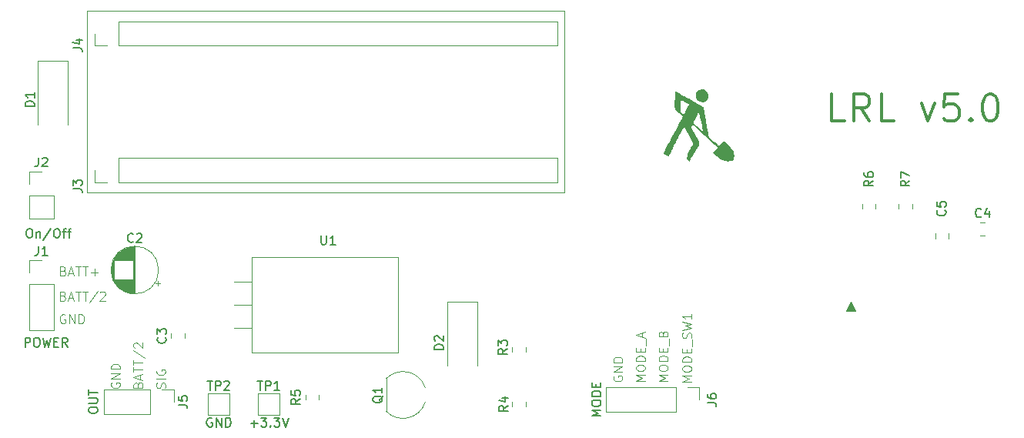
<source format=gbr>
%TF.GenerationSoftware,KiCad,Pcbnew,8.0.7-8.0.7-0~ubuntu24.04.1*%
%TF.CreationDate,2024-12-30T21:09:26+02:00*%
%TF.ProjectId,LRL5,4c524c35-2e6b-4696-9361-645f70636258,rev?*%
%TF.SameCoordinates,Original*%
%TF.FileFunction,Legend,Top*%
%TF.FilePolarity,Positive*%
%FSLAX46Y46*%
G04 Gerber Fmt 4.6, Leading zero omitted, Abs format (unit mm)*
G04 Created by KiCad (PCBNEW 8.0.7-8.0.7-0~ubuntu24.04.1) date 2024-12-30 21:09:26*
%MOMM*%
%LPD*%
G01*
G04 APERTURE LIST*
%ADD10C,0.100000*%
%ADD11C,0.300000*%
%ADD12C,0.150000*%
%ADD13C,0.120000*%
%ADD14C,0.000000*%
G04 APERTURE END LIST*
D10*
X219500000Y-66500000D02*
X218500000Y-66500000D01*
X219000000Y-65500000D01*
X219500000Y-66500000D01*
G36*
X219500000Y-66500000D02*
G01*
X218500000Y-66500000D01*
X219000000Y-65500000D01*
X219500000Y-66500000D01*
G37*
X135000000Y-33500000D02*
X187500000Y-33500000D01*
X187500000Y-53500000D01*
X135000000Y-53500000D01*
X135000000Y-33500000D01*
X143574800Y-74993734D02*
X143622419Y-74850877D01*
X143622419Y-74850877D02*
X143622419Y-74612782D01*
X143622419Y-74612782D02*
X143574800Y-74517544D01*
X143574800Y-74517544D02*
X143527180Y-74469925D01*
X143527180Y-74469925D02*
X143431942Y-74422306D01*
X143431942Y-74422306D02*
X143336704Y-74422306D01*
X143336704Y-74422306D02*
X143241466Y-74469925D01*
X143241466Y-74469925D02*
X143193847Y-74517544D01*
X143193847Y-74517544D02*
X143146228Y-74612782D01*
X143146228Y-74612782D02*
X143098609Y-74803258D01*
X143098609Y-74803258D02*
X143050990Y-74898496D01*
X143050990Y-74898496D02*
X143003371Y-74946115D01*
X143003371Y-74946115D02*
X142908133Y-74993734D01*
X142908133Y-74993734D02*
X142812895Y-74993734D01*
X142812895Y-74993734D02*
X142717657Y-74946115D01*
X142717657Y-74946115D02*
X142670038Y-74898496D01*
X142670038Y-74898496D02*
X142622419Y-74803258D01*
X142622419Y-74803258D02*
X142622419Y-74565163D01*
X142622419Y-74565163D02*
X142670038Y-74422306D01*
X143622419Y-73993734D02*
X142622419Y-73993734D01*
X142670038Y-72993735D02*
X142622419Y-73088973D01*
X142622419Y-73088973D02*
X142622419Y-73231830D01*
X142622419Y-73231830D02*
X142670038Y-73374687D01*
X142670038Y-73374687D02*
X142765276Y-73469925D01*
X142765276Y-73469925D02*
X142860514Y-73517544D01*
X142860514Y-73517544D02*
X143050990Y-73565163D01*
X143050990Y-73565163D02*
X143193847Y-73565163D01*
X143193847Y-73565163D02*
X143384323Y-73517544D01*
X143384323Y-73517544D02*
X143479561Y-73469925D01*
X143479561Y-73469925D02*
X143574800Y-73374687D01*
X143574800Y-73374687D02*
X143622419Y-73231830D01*
X143622419Y-73231830D02*
X143622419Y-73136592D01*
X143622419Y-73136592D02*
X143574800Y-72993735D01*
X143574800Y-72993735D02*
X143527180Y-72946116D01*
X143527180Y-72946116D02*
X143193847Y-72946116D01*
X143193847Y-72946116D02*
X143193847Y-73136592D01*
X132577693Y-66920038D02*
X132482455Y-66872419D01*
X132482455Y-66872419D02*
X132339598Y-66872419D01*
X132339598Y-66872419D02*
X132196741Y-66920038D01*
X132196741Y-66920038D02*
X132101503Y-67015276D01*
X132101503Y-67015276D02*
X132053884Y-67110514D01*
X132053884Y-67110514D02*
X132006265Y-67300990D01*
X132006265Y-67300990D02*
X132006265Y-67443847D01*
X132006265Y-67443847D02*
X132053884Y-67634323D01*
X132053884Y-67634323D02*
X132101503Y-67729561D01*
X132101503Y-67729561D02*
X132196741Y-67824800D01*
X132196741Y-67824800D02*
X132339598Y-67872419D01*
X132339598Y-67872419D02*
X132434836Y-67872419D01*
X132434836Y-67872419D02*
X132577693Y-67824800D01*
X132577693Y-67824800D02*
X132625312Y-67777180D01*
X132625312Y-67777180D02*
X132625312Y-67443847D01*
X132625312Y-67443847D02*
X132434836Y-67443847D01*
X133053884Y-67872419D02*
X133053884Y-66872419D01*
X133053884Y-66872419D02*
X133625312Y-67872419D01*
X133625312Y-67872419D02*
X133625312Y-66872419D01*
X134101503Y-67872419D02*
X134101503Y-66872419D01*
X134101503Y-66872419D02*
X134339598Y-66872419D01*
X134339598Y-66872419D02*
X134482455Y-66920038D01*
X134482455Y-66920038D02*
X134577693Y-67015276D01*
X134577693Y-67015276D02*
X134625312Y-67110514D01*
X134625312Y-67110514D02*
X134672931Y-67300990D01*
X134672931Y-67300990D02*
X134672931Y-67443847D01*
X134672931Y-67443847D02*
X134625312Y-67634323D01*
X134625312Y-67634323D02*
X134577693Y-67729561D01*
X134577693Y-67729561D02*
X134482455Y-67824800D01*
X134482455Y-67824800D02*
X134339598Y-67872419D01*
X134339598Y-67872419D02*
X134101503Y-67872419D01*
X132387217Y-64848609D02*
X132530074Y-64896228D01*
X132530074Y-64896228D02*
X132577693Y-64943847D01*
X132577693Y-64943847D02*
X132625312Y-65039085D01*
X132625312Y-65039085D02*
X132625312Y-65181942D01*
X132625312Y-65181942D02*
X132577693Y-65277180D01*
X132577693Y-65277180D02*
X132530074Y-65324800D01*
X132530074Y-65324800D02*
X132434836Y-65372419D01*
X132434836Y-65372419D02*
X132053884Y-65372419D01*
X132053884Y-65372419D02*
X132053884Y-64372419D01*
X132053884Y-64372419D02*
X132387217Y-64372419D01*
X132387217Y-64372419D02*
X132482455Y-64420038D01*
X132482455Y-64420038D02*
X132530074Y-64467657D01*
X132530074Y-64467657D02*
X132577693Y-64562895D01*
X132577693Y-64562895D02*
X132577693Y-64658133D01*
X132577693Y-64658133D02*
X132530074Y-64753371D01*
X132530074Y-64753371D02*
X132482455Y-64800990D01*
X132482455Y-64800990D02*
X132387217Y-64848609D01*
X132387217Y-64848609D02*
X132053884Y-64848609D01*
X133006265Y-65086704D02*
X133482455Y-65086704D01*
X132911027Y-65372419D02*
X133244360Y-64372419D01*
X133244360Y-64372419D02*
X133577693Y-65372419D01*
X133768170Y-64372419D02*
X134339598Y-64372419D01*
X134053884Y-65372419D02*
X134053884Y-64372419D01*
X134530075Y-64372419D02*
X135101503Y-64372419D01*
X134815789Y-65372419D02*
X134815789Y-64372419D01*
X136149122Y-64324800D02*
X135291980Y-65610514D01*
X136434837Y-64467657D02*
X136482456Y-64420038D01*
X136482456Y-64420038D02*
X136577694Y-64372419D01*
X136577694Y-64372419D02*
X136815789Y-64372419D01*
X136815789Y-64372419D02*
X136911027Y-64420038D01*
X136911027Y-64420038D02*
X136958646Y-64467657D01*
X136958646Y-64467657D02*
X137006265Y-64562895D01*
X137006265Y-64562895D02*
X137006265Y-64658133D01*
X137006265Y-64658133D02*
X136958646Y-64800990D01*
X136958646Y-64800990D02*
X136387218Y-65372419D01*
X136387218Y-65372419D02*
X137006265Y-65372419D01*
X140598609Y-74612782D02*
X140646228Y-74469925D01*
X140646228Y-74469925D02*
X140693847Y-74422306D01*
X140693847Y-74422306D02*
X140789085Y-74374687D01*
X140789085Y-74374687D02*
X140931942Y-74374687D01*
X140931942Y-74374687D02*
X141027180Y-74422306D01*
X141027180Y-74422306D02*
X141074800Y-74469925D01*
X141074800Y-74469925D02*
X141122419Y-74565163D01*
X141122419Y-74565163D02*
X141122419Y-74946115D01*
X141122419Y-74946115D02*
X140122419Y-74946115D01*
X140122419Y-74946115D02*
X140122419Y-74612782D01*
X140122419Y-74612782D02*
X140170038Y-74517544D01*
X140170038Y-74517544D02*
X140217657Y-74469925D01*
X140217657Y-74469925D02*
X140312895Y-74422306D01*
X140312895Y-74422306D02*
X140408133Y-74422306D01*
X140408133Y-74422306D02*
X140503371Y-74469925D01*
X140503371Y-74469925D02*
X140550990Y-74517544D01*
X140550990Y-74517544D02*
X140598609Y-74612782D01*
X140598609Y-74612782D02*
X140598609Y-74946115D01*
X140836704Y-73993734D02*
X140836704Y-73517544D01*
X141122419Y-74088972D02*
X140122419Y-73755639D01*
X140122419Y-73755639D02*
X141122419Y-73422306D01*
X140122419Y-73231829D02*
X140122419Y-72660401D01*
X141122419Y-72946115D02*
X140122419Y-72946115D01*
X140122419Y-72469924D02*
X140122419Y-71898496D01*
X141122419Y-72184210D02*
X140122419Y-72184210D01*
X140074800Y-70850877D02*
X141360514Y-71708019D01*
X140217657Y-70565162D02*
X140170038Y-70517543D01*
X140170038Y-70517543D02*
X140122419Y-70422305D01*
X140122419Y-70422305D02*
X140122419Y-70184210D01*
X140122419Y-70184210D02*
X140170038Y-70088972D01*
X140170038Y-70088972D02*
X140217657Y-70041353D01*
X140217657Y-70041353D02*
X140312895Y-69993734D01*
X140312895Y-69993734D02*
X140408133Y-69993734D01*
X140408133Y-69993734D02*
X140550990Y-70041353D01*
X140550990Y-70041353D02*
X141122419Y-70612781D01*
X141122419Y-70612781D02*
X141122419Y-69993734D01*
X137670038Y-74422306D02*
X137622419Y-74517544D01*
X137622419Y-74517544D02*
X137622419Y-74660401D01*
X137622419Y-74660401D02*
X137670038Y-74803258D01*
X137670038Y-74803258D02*
X137765276Y-74898496D01*
X137765276Y-74898496D02*
X137860514Y-74946115D01*
X137860514Y-74946115D02*
X138050990Y-74993734D01*
X138050990Y-74993734D02*
X138193847Y-74993734D01*
X138193847Y-74993734D02*
X138384323Y-74946115D01*
X138384323Y-74946115D02*
X138479561Y-74898496D01*
X138479561Y-74898496D02*
X138574800Y-74803258D01*
X138574800Y-74803258D02*
X138622419Y-74660401D01*
X138622419Y-74660401D02*
X138622419Y-74565163D01*
X138622419Y-74565163D02*
X138574800Y-74422306D01*
X138574800Y-74422306D02*
X138527180Y-74374687D01*
X138527180Y-74374687D02*
X138193847Y-74374687D01*
X138193847Y-74374687D02*
X138193847Y-74565163D01*
X138622419Y-73946115D02*
X137622419Y-73946115D01*
X137622419Y-73946115D02*
X138622419Y-73374687D01*
X138622419Y-73374687D02*
X137622419Y-73374687D01*
X138622419Y-72898496D02*
X137622419Y-72898496D01*
X137622419Y-72898496D02*
X137622419Y-72660401D01*
X137622419Y-72660401D02*
X137670038Y-72517544D01*
X137670038Y-72517544D02*
X137765276Y-72422306D01*
X137765276Y-72422306D02*
X137860514Y-72374687D01*
X137860514Y-72374687D02*
X138050990Y-72327068D01*
X138050990Y-72327068D02*
X138193847Y-72327068D01*
X138193847Y-72327068D02*
X138384323Y-72374687D01*
X138384323Y-72374687D02*
X138479561Y-72422306D01*
X138479561Y-72422306D02*
X138574800Y-72517544D01*
X138574800Y-72517544D02*
X138622419Y-72660401D01*
X138622419Y-72660401D02*
X138622419Y-72898496D01*
X132387217Y-62098609D02*
X132530074Y-62146228D01*
X132530074Y-62146228D02*
X132577693Y-62193847D01*
X132577693Y-62193847D02*
X132625312Y-62289085D01*
X132625312Y-62289085D02*
X132625312Y-62431942D01*
X132625312Y-62431942D02*
X132577693Y-62527180D01*
X132577693Y-62527180D02*
X132530074Y-62574800D01*
X132530074Y-62574800D02*
X132434836Y-62622419D01*
X132434836Y-62622419D02*
X132053884Y-62622419D01*
X132053884Y-62622419D02*
X132053884Y-61622419D01*
X132053884Y-61622419D02*
X132387217Y-61622419D01*
X132387217Y-61622419D02*
X132482455Y-61670038D01*
X132482455Y-61670038D02*
X132530074Y-61717657D01*
X132530074Y-61717657D02*
X132577693Y-61812895D01*
X132577693Y-61812895D02*
X132577693Y-61908133D01*
X132577693Y-61908133D02*
X132530074Y-62003371D01*
X132530074Y-62003371D02*
X132482455Y-62050990D01*
X132482455Y-62050990D02*
X132387217Y-62098609D01*
X132387217Y-62098609D02*
X132053884Y-62098609D01*
X133006265Y-62336704D02*
X133482455Y-62336704D01*
X132911027Y-62622419D02*
X133244360Y-61622419D01*
X133244360Y-61622419D02*
X133577693Y-62622419D01*
X133768170Y-61622419D02*
X134339598Y-61622419D01*
X134053884Y-62622419D02*
X134053884Y-61622419D01*
X134530075Y-61622419D02*
X135101503Y-61622419D01*
X134815789Y-62622419D02*
X134815789Y-61622419D01*
X135434837Y-62241466D02*
X136196742Y-62241466D01*
X135815789Y-62622419D02*
X135815789Y-61860514D01*
D11*
X218340225Y-45617257D02*
X216911653Y-45617257D01*
X216911653Y-45617257D02*
X216911653Y-42617257D01*
X221054510Y-45617257D02*
X220054510Y-44188685D01*
X219340224Y-45617257D02*
X219340224Y-42617257D01*
X219340224Y-42617257D02*
X220483081Y-42617257D01*
X220483081Y-42617257D02*
X220768796Y-42760114D01*
X220768796Y-42760114D02*
X220911653Y-42902971D01*
X220911653Y-42902971D02*
X221054510Y-43188685D01*
X221054510Y-43188685D02*
X221054510Y-43617257D01*
X221054510Y-43617257D02*
X220911653Y-43902971D01*
X220911653Y-43902971D02*
X220768796Y-44045828D01*
X220768796Y-44045828D02*
X220483081Y-44188685D01*
X220483081Y-44188685D02*
X219340224Y-44188685D01*
X223768796Y-45617257D02*
X222340224Y-45617257D01*
X222340224Y-45617257D02*
X222340224Y-42617257D01*
X226768795Y-43617257D02*
X227483081Y-45617257D01*
X227483081Y-45617257D02*
X228197366Y-43617257D01*
X230768795Y-42617257D02*
X229340223Y-42617257D01*
X229340223Y-42617257D02*
X229197366Y-44045828D01*
X229197366Y-44045828D02*
X229340223Y-43902971D01*
X229340223Y-43902971D02*
X229625938Y-43760114D01*
X229625938Y-43760114D02*
X230340223Y-43760114D01*
X230340223Y-43760114D02*
X230625938Y-43902971D01*
X230625938Y-43902971D02*
X230768795Y-44045828D01*
X230768795Y-44045828D02*
X230911652Y-44331542D01*
X230911652Y-44331542D02*
X230911652Y-45045828D01*
X230911652Y-45045828D02*
X230768795Y-45331542D01*
X230768795Y-45331542D02*
X230625938Y-45474400D01*
X230625938Y-45474400D02*
X230340223Y-45617257D01*
X230340223Y-45617257D02*
X229625938Y-45617257D01*
X229625938Y-45617257D02*
X229340223Y-45474400D01*
X229340223Y-45474400D02*
X229197366Y-45331542D01*
X232197366Y-45331542D02*
X232340223Y-45474400D01*
X232340223Y-45474400D02*
X232197366Y-45617257D01*
X232197366Y-45617257D02*
X232054509Y-45474400D01*
X232054509Y-45474400D02*
X232197366Y-45331542D01*
X232197366Y-45331542D02*
X232197366Y-45617257D01*
X234197366Y-42617257D02*
X234483080Y-42617257D01*
X234483080Y-42617257D02*
X234768794Y-42760114D01*
X234768794Y-42760114D02*
X234911652Y-42902971D01*
X234911652Y-42902971D02*
X235054509Y-43188685D01*
X235054509Y-43188685D02*
X235197366Y-43760114D01*
X235197366Y-43760114D02*
X235197366Y-44474400D01*
X235197366Y-44474400D02*
X235054509Y-45045828D01*
X235054509Y-45045828D02*
X234911652Y-45331542D01*
X234911652Y-45331542D02*
X234768794Y-45474400D01*
X234768794Y-45474400D02*
X234483080Y-45617257D01*
X234483080Y-45617257D02*
X234197366Y-45617257D01*
X234197366Y-45617257D02*
X233911652Y-45474400D01*
X233911652Y-45474400D02*
X233768794Y-45331542D01*
X233768794Y-45331542D02*
X233625937Y-45045828D01*
X233625937Y-45045828D02*
X233483080Y-44474400D01*
X233483080Y-44474400D02*
X233483080Y-43760114D01*
X233483080Y-43760114D02*
X233625937Y-43188685D01*
X233625937Y-43188685D02*
X233768794Y-42902971D01*
X233768794Y-42902971D02*
X233911652Y-42760114D01*
X233911652Y-42760114D02*
X234197366Y-42617257D01*
D10*
X198872419Y-74196115D02*
X197872419Y-74196115D01*
X197872419Y-74196115D02*
X198586704Y-73862782D01*
X198586704Y-73862782D02*
X197872419Y-73529449D01*
X197872419Y-73529449D02*
X198872419Y-73529449D01*
X197872419Y-72862782D02*
X197872419Y-72672306D01*
X197872419Y-72672306D02*
X197920038Y-72577068D01*
X197920038Y-72577068D02*
X198015276Y-72481830D01*
X198015276Y-72481830D02*
X198205752Y-72434211D01*
X198205752Y-72434211D02*
X198539085Y-72434211D01*
X198539085Y-72434211D02*
X198729561Y-72481830D01*
X198729561Y-72481830D02*
X198824800Y-72577068D01*
X198824800Y-72577068D02*
X198872419Y-72672306D01*
X198872419Y-72672306D02*
X198872419Y-72862782D01*
X198872419Y-72862782D02*
X198824800Y-72958020D01*
X198824800Y-72958020D02*
X198729561Y-73053258D01*
X198729561Y-73053258D02*
X198539085Y-73100877D01*
X198539085Y-73100877D02*
X198205752Y-73100877D01*
X198205752Y-73100877D02*
X198015276Y-73053258D01*
X198015276Y-73053258D02*
X197920038Y-72958020D01*
X197920038Y-72958020D02*
X197872419Y-72862782D01*
X198872419Y-72005639D02*
X197872419Y-72005639D01*
X197872419Y-72005639D02*
X197872419Y-71767544D01*
X197872419Y-71767544D02*
X197920038Y-71624687D01*
X197920038Y-71624687D02*
X198015276Y-71529449D01*
X198015276Y-71529449D02*
X198110514Y-71481830D01*
X198110514Y-71481830D02*
X198300990Y-71434211D01*
X198300990Y-71434211D02*
X198443847Y-71434211D01*
X198443847Y-71434211D02*
X198634323Y-71481830D01*
X198634323Y-71481830D02*
X198729561Y-71529449D01*
X198729561Y-71529449D02*
X198824800Y-71624687D01*
X198824800Y-71624687D02*
X198872419Y-71767544D01*
X198872419Y-71767544D02*
X198872419Y-72005639D01*
X198348609Y-71005639D02*
X198348609Y-70672306D01*
X198872419Y-70529449D02*
X198872419Y-71005639D01*
X198872419Y-71005639D02*
X197872419Y-71005639D01*
X197872419Y-71005639D02*
X197872419Y-70529449D01*
X198967657Y-70338973D02*
X198967657Y-69577068D01*
X198348609Y-69005639D02*
X198396228Y-68862782D01*
X198396228Y-68862782D02*
X198443847Y-68815163D01*
X198443847Y-68815163D02*
X198539085Y-68767544D01*
X198539085Y-68767544D02*
X198681942Y-68767544D01*
X198681942Y-68767544D02*
X198777180Y-68815163D01*
X198777180Y-68815163D02*
X198824800Y-68862782D01*
X198824800Y-68862782D02*
X198872419Y-68958020D01*
X198872419Y-68958020D02*
X198872419Y-69338972D01*
X198872419Y-69338972D02*
X197872419Y-69338972D01*
X197872419Y-69338972D02*
X197872419Y-69005639D01*
X197872419Y-69005639D02*
X197920038Y-68910401D01*
X197920038Y-68910401D02*
X197967657Y-68862782D01*
X197967657Y-68862782D02*
X198062895Y-68815163D01*
X198062895Y-68815163D02*
X198158133Y-68815163D01*
X198158133Y-68815163D02*
X198253371Y-68862782D01*
X198253371Y-68862782D02*
X198300990Y-68910401D01*
X198300990Y-68910401D02*
X198348609Y-69005639D01*
X198348609Y-69005639D02*
X198348609Y-69338972D01*
X201472419Y-74296115D02*
X200472419Y-74296115D01*
X200472419Y-74296115D02*
X201186704Y-73962782D01*
X201186704Y-73962782D02*
X200472419Y-73629449D01*
X200472419Y-73629449D02*
X201472419Y-73629449D01*
X200472419Y-72962782D02*
X200472419Y-72772306D01*
X200472419Y-72772306D02*
X200520038Y-72677068D01*
X200520038Y-72677068D02*
X200615276Y-72581830D01*
X200615276Y-72581830D02*
X200805752Y-72534211D01*
X200805752Y-72534211D02*
X201139085Y-72534211D01*
X201139085Y-72534211D02*
X201329561Y-72581830D01*
X201329561Y-72581830D02*
X201424800Y-72677068D01*
X201424800Y-72677068D02*
X201472419Y-72772306D01*
X201472419Y-72772306D02*
X201472419Y-72962782D01*
X201472419Y-72962782D02*
X201424800Y-73058020D01*
X201424800Y-73058020D02*
X201329561Y-73153258D01*
X201329561Y-73153258D02*
X201139085Y-73200877D01*
X201139085Y-73200877D02*
X200805752Y-73200877D01*
X200805752Y-73200877D02*
X200615276Y-73153258D01*
X200615276Y-73153258D02*
X200520038Y-73058020D01*
X200520038Y-73058020D02*
X200472419Y-72962782D01*
X201472419Y-72105639D02*
X200472419Y-72105639D01*
X200472419Y-72105639D02*
X200472419Y-71867544D01*
X200472419Y-71867544D02*
X200520038Y-71724687D01*
X200520038Y-71724687D02*
X200615276Y-71629449D01*
X200615276Y-71629449D02*
X200710514Y-71581830D01*
X200710514Y-71581830D02*
X200900990Y-71534211D01*
X200900990Y-71534211D02*
X201043847Y-71534211D01*
X201043847Y-71534211D02*
X201234323Y-71581830D01*
X201234323Y-71581830D02*
X201329561Y-71629449D01*
X201329561Y-71629449D02*
X201424800Y-71724687D01*
X201424800Y-71724687D02*
X201472419Y-71867544D01*
X201472419Y-71867544D02*
X201472419Y-72105639D01*
X200948609Y-71105639D02*
X200948609Y-70772306D01*
X201472419Y-70629449D02*
X201472419Y-71105639D01*
X201472419Y-71105639D02*
X200472419Y-71105639D01*
X200472419Y-71105639D02*
X200472419Y-70629449D01*
X201567657Y-70438973D02*
X201567657Y-69677068D01*
X201424800Y-69486591D02*
X201472419Y-69343734D01*
X201472419Y-69343734D02*
X201472419Y-69105639D01*
X201472419Y-69105639D02*
X201424800Y-69010401D01*
X201424800Y-69010401D02*
X201377180Y-68962782D01*
X201377180Y-68962782D02*
X201281942Y-68915163D01*
X201281942Y-68915163D02*
X201186704Y-68915163D01*
X201186704Y-68915163D02*
X201091466Y-68962782D01*
X201091466Y-68962782D02*
X201043847Y-69010401D01*
X201043847Y-69010401D02*
X200996228Y-69105639D01*
X200996228Y-69105639D02*
X200948609Y-69296115D01*
X200948609Y-69296115D02*
X200900990Y-69391353D01*
X200900990Y-69391353D02*
X200853371Y-69438972D01*
X200853371Y-69438972D02*
X200758133Y-69486591D01*
X200758133Y-69486591D02*
X200662895Y-69486591D01*
X200662895Y-69486591D02*
X200567657Y-69438972D01*
X200567657Y-69438972D02*
X200520038Y-69391353D01*
X200520038Y-69391353D02*
X200472419Y-69296115D01*
X200472419Y-69296115D02*
X200472419Y-69058020D01*
X200472419Y-69058020D02*
X200520038Y-68915163D01*
X200472419Y-68581829D02*
X201472419Y-68343734D01*
X201472419Y-68343734D02*
X200758133Y-68153258D01*
X200758133Y-68153258D02*
X201472419Y-67962782D01*
X201472419Y-67962782D02*
X200472419Y-67724687D01*
X201472419Y-66819925D02*
X201472419Y-67391353D01*
X201472419Y-67105639D02*
X200472419Y-67105639D01*
X200472419Y-67105639D02*
X200615276Y-67200877D01*
X200615276Y-67200877D02*
X200710514Y-67296115D01*
X200710514Y-67296115D02*
X200758133Y-67391353D01*
X196372419Y-74196115D02*
X195372419Y-74196115D01*
X195372419Y-74196115D02*
X196086704Y-73862782D01*
X196086704Y-73862782D02*
X195372419Y-73529449D01*
X195372419Y-73529449D02*
X196372419Y-73529449D01*
X195372419Y-72862782D02*
X195372419Y-72672306D01*
X195372419Y-72672306D02*
X195420038Y-72577068D01*
X195420038Y-72577068D02*
X195515276Y-72481830D01*
X195515276Y-72481830D02*
X195705752Y-72434211D01*
X195705752Y-72434211D02*
X196039085Y-72434211D01*
X196039085Y-72434211D02*
X196229561Y-72481830D01*
X196229561Y-72481830D02*
X196324800Y-72577068D01*
X196324800Y-72577068D02*
X196372419Y-72672306D01*
X196372419Y-72672306D02*
X196372419Y-72862782D01*
X196372419Y-72862782D02*
X196324800Y-72958020D01*
X196324800Y-72958020D02*
X196229561Y-73053258D01*
X196229561Y-73053258D02*
X196039085Y-73100877D01*
X196039085Y-73100877D02*
X195705752Y-73100877D01*
X195705752Y-73100877D02*
X195515276Y-73053258D01*
X195515276Y-73053258D02*
X195420038Y-72958020D01*
X195420038Y-72958020D02*
X195372419Y-72862782D01*
X196372419Y-72005639D02*
X195372419Y-72005639D01*
X195372419Y-72005639D02*
X195372419Y-71767544D01*
X195372419Y-71767544D02*
X195420038Y-71624687D01*
X195420038Y-71624687D02*
X195515276Y-71529449D01*
X195515276Y-71529449D02*
X195610514Y-71481830D01*
X195610514Y-71481830D02*
X195800990Y-71434211D01*
X195800990Y-71434211D02*
X195943847Y-71434211D01*
X195943847Y-71434211D02*
X196134323Y-71481830D01*
X196134323Y-71481830D02*
X196229561Y-71529449D01*
X196229561Y-71529449D02*
X196324800Y-71624687D01*
X196324800Y-71624687D02*
X196372419Y-71767544D01*
X196372419Y-71767544D02*
X196372419Y-72005639D01*
X195848609Y-71005639D02*
X195848609Y-70672306D01*
X196372419Y-70529449D02*
X196372419Y-71005639D01*
X196372419Y-71005639D02*
X195372419Y-71005639D01*
X195372419Y-71005639D02*
X195372419Y-70529449D01*
X196467657Y-70338973D02*
X196467657Y-69577068D01*
X196086704Y-69386591D02*
X196086704Y-68910401D01*
X196372419Y-69481829D02*
X195372419Y-69148496D01*
X195372419Y-69148496D02*
X196372419Y-68815163D01*
X192920038Y-73672306D02*
X192872419Y-73767544D01*
X192872419Y-73767544D02*
X192872419Y-73910401D01*
X192872419Y-73910401D02*
X192920038Y-74053258D01*
X192920038Y-74053258D02*
X193015276Y-74148496D01*
X193015276Y-74148496D02*
X193110514Y-74196115D01*
X193110514Y-74196115D02*
X193300990Y-74243734D01*
X193300990Y-74243734D02*
X193443847Y-74243734D01*
X193443847Y-74243734D02*
X193634323Y-74196115D01*
X193634323Y-74196115D02*
X193729561Y-74148496D01*
X193729561Y-74148496D02*
X193824800Y-74053258D01*
X193824800Y-74053258D02*
X193872419Y-73910401D01*
X193872419Y-73910401D02*
X193872419Y-73815163D01*
X193872419Y-73815163D02*
X193824800Y-73672306D01*
X193824800Y-73672306D02*
X193777180Y-73624687D01*
X193777180Y-73624687D02*
X193443847Y-73624687D01*
X193443847Y-73624687D02*
X193443847Y-73815163D01*
X193872419Y-73196115D02*
X192872419Y-73196115D01*
X192872419Y-73196115D02*
X193872419Y-72624687D01*
X193872419Y-72624687D02*
X192872419Y-72624687D01*
X193872419Y-72148496D02*
X192872419Y-72148496D01*
X192872419Y-72148496D02*
X192872419Y-71910401D01*
X192872419Y-71910401D02*
X192920038Y-71767544D01*
X192920038Y-71767544D02*
X193015276Y-71672306D01*
X193015276Y-71672306D02*
X193110514Y-71624687D01*
X193110514Y-71624687D02*
X193300990Y-71577068D01*
X193300990Y-71577068D02*
X193443847Y-71577068D01*
X193443847Y-71577068D02*
X193634323Y-71624687D01*
X193634323Y-71624687D02*
X193729561Y-71672306D01*
X193729561Y-71672306D02*
X193824800Y-71767544D01*
X193824800Y-71767544D02*
X193872419Y-71910401D01*
X193872419Y-71910401D02*
X193872419Y-72148496D01*
D12*
X129204819Y-43988094D02*
X128204819Y-43988094D01*
X128204819Y-43988094D02*
X128204819Y-43749999D01*
X128204819Y-43749999D02*
X128252438Y-43607142D01*
X128252438Y-43607142D02*
X128347676Y-43511904D01*
X128347676Y-43511904D02*
X128442914Y-43464285D01*
X128442914Y-43464285D02*
X128633390Y-43416666D01*
X128633390Y-43416666D02*
X128776247Y-43416666D01*
X128776247Y-43416666D02*
X128966723Y-43464285D01*
X128966723Y-43464285D02*
X129061961Y-43511904D01*
X129061961Y-43511904D02*
X129157200Y-43607142D01*
X129157200Y-43607142D02*
X129204819Y-43749999D01*
X129204819Y-43749999D02*
X129204819Y-43988094D01*
X129204819Y-42464285D02*
X129204819Y-43035713D01*
X129204819Y-42749999D02*
X128204819Y-42749999D01*
X128204819Y-42749999D02*
X128347676Y-42845237D01*
X128347676Y-42845237D02*
X128442914Y-42940475D01*
X128442914Y-42940475D02*
X128490533Y-43035713D01*
X174204819Y-70738094D02*
X173204819Y-70738094D01*
X173204819Y-70738094D02*
X173204819Y-70499999D01*
X173204819Y-70499999D02*
X173252438Y-70357142D01*
X173252438Y-70357142D02*
X173347676Y-70261904D01*
X173347676Y-70261904D02*
X173442914Y-70214285D01*
X173442914Y-70214285D02*
X173633390Y-70166666D01*
X173633390Y-70166666D02*
X173776247Y-70166666D01*
X173776247Y-70166666D02*
X173966723Y-70214285D01*
X173966723Y-70214285D02*
X174061961Y-70261904D01*
X174061961Y-70261904D02*
X174157200Y-70357142D01*
X174157200Y-70357142D02*
X174204819Y-70499999D01*
X174204819Y-70499999D02*
X174204819Y-70738094D01*
X173300057Y-69785713D02*
X173252438Y-69738094D01*
X173252438Y-69738094D02*
X173204819Y-69642856D01*
X173204819Y-69642856D02*
X173204819Y-69404761D01*
X173204819Y-69404761D02*
X173252438Y-69309523D01*
X173252438Y-69309523D02*
X173300057Y-69261904D01*
X173300057Y-69261904D02*
X173395295Y-69214285D01*
X173395295Y-69214285D02*
X173490533Y-69214285D01*
X173490533Y-69214285D02*
X173633390Y-69261904D01*
X173633390Y-69261904D02*
X174204819Y-69833332D01*
X174204819Y-69833332D02*
X174204819Y-69214285D01*
X221454819Y-52166666D02*
X220978628Y-52499999D01*
X221454819Y-52738094D02*
X220454819Y-52738094D01*
X220454819Y-52738094D02*
X220454819Y-52357142D01*
X220454819Y-52357142D02*
X220502438Y-52261904D01*
X220502438Y-52261904D02*
X220550057Y-52214285D01*
X220550057Y-52214285D02*
X220645295Y-52166666D01*
X220645295Y-52166666D02*
X220788152Y-52166666D01*
X220788152Y-52166666D02*
X220883390Y-52214285D01*
X220883390Y-52214285D02*
X220931009Y-52261904D01*
X220931009Y-52261904D02*
X220978628Y-52357142D01*
X220978628Y-52357142D02*
X220978628Y-52738094D01*
X220454819Y-51309523D02*
X220454819Y-51499999D01*
X220454819Y-51499999D02*
X220502438Y-51595237D01*
X220502438Y-51595237D02*
X220550057Y-51642856D01*
X220550057Y-51642856D02*
X220692914Y-51738094D01*
X220692914Y-51738094D02*
X220883390Y-51785713D01*
X220883390Y-51785713D02*
X221264342Y-51785713D01*
X221264342Y-51785713D02*
X221359580Y-51738094D01*
X221359580Y-51738094D02*
X221407200Y-51690475D01*
X221407200Y-51690475D02*
X221454819Y-51595237D01*
X221454819Y-51595237D02*
X221454819Y-51404761D01*
X221454819Y-51404761D02*
X221407200Y-51309523D01*
X221407200Y-51309523D02*
X221359580Y-51261904D01*
X221359580Y-51261904D02*
X221264342Y-51214285D01*
X221264342Y-51214285D02*
X221026247Y-51214285D01*
X221026247Y-51214285D02*
X220931009Y-51261904D01*
X220931009Y-51261904D02*
X220883390Y-51309523D01*
X220883390Y-51309523D02*
X220835771Y-51404761D01*
X220835771Y-51404761D02*
X220835771Y-51595237D01*
X220835771Y-51595237D02*
X220883390Y-51690475D01*
X220883390Y-51690475D02*
X220931009Y-51738094D01*
X220931009Y-51738094D02*
X221026247Y-51785713D01*
X129666666Y-59374819D02*
X129666666Y-60089104D01*
X129666666Y-60089104D02*
X129619047Y-60231961D01*
X129619047Y-60231961D02*
X129523809Y-60327200D01*
X129523809Y-60327200D02*
X129380952Y-60374819D01*
X129380952Y-60374819D02*
X129285714Y-60374819D01*
X130666666Y-60374819D02*
X130095238Y-60374819D01*
X130380952Y-60374819D02*
X130380952Y-59374819D01*
X130380952Y-59374819D02*
X130285714Y-59517676D01*
X130285714Y-59517676D02*
X130190476Y-59612914D01*
X130190476Y-59612914D02*
X130095238Y-59660533D01*
X128190476Y-70454819D02*
X128190476Y-69454819D01*
X128190476Y-69454819D02*
X128571428Y-69454819D01*
X128571428Y-69454819D02*
X128666666Y-69502438D01*
X128666666Y-69502438D02*
X128714285Y-69550057D01*
X128714285Y-69550057D02*
X128761904Y-69645295D01*
X128761904Y-69645295D02*
X128761904Y-69788152D01*
X128761904Y-69788152D02*
X128714285Y-69883390D01*
X128714285Y-69883390D02*
X128666666Y-69931009D01*
X128666666Y-69931009D02*
X128571428Y-69978628D01*
X128571428Y-69978628D02*
X128190476Y-69978628D01*
X129380952Y-69454819D02*
X129571428Y-69454819D01*
X129571428Y-69454819D02*
X129666666Y-69502438D01*
X129666666Y-69502438D02*
X129761904Y-69597676D01*
X129761904Y-69597676D02*
X129809523Y-69788152D01*
X129809523Y-69788152D02*
X129809523Y-70121485D01*
X129809523Y-70121485D02*
X129761904Y-70311961D01*
X129761904Y-70311961D02*
X129666666Y-70407200D01*
X129666666Y-70407200D02*
X129571428Y-70454819D01*
X129571428Y-70454819D02*
X129380952Y-70454819D01*
X129380952Y-70454819D02*
X129285714Y-70407200D01*
X129285714Y-70407200D02*
X129190476Y-70311961D01*
X129190476Y-70311961D02*
X129142857Y-70121485D01*
X129142857Y-70121485D02*
X129142857Y-69788152D01*
X129142857Y-69788152D02*
X129190476Y-69597676D01*
X129190476Y-69597676D02*
X129285714Y-69502438D01*
X129285714Y-69502438D02*
X129380952Y-69454819D01*
X130142857Y-69454819D02*
X130380952Y-70454819D01*
X130380952Y-70454819D02*
X130571428Y-69740533D01*
X130571428Y-69740533D02*
X130761904Y-70454819D01*
X130761904Y-70454819D02*
X131000000Y-69454819D01*
X131380952Y-69931009D02*
X131714285Y-69931009D01*
X131857142Y-70454819D02*
X131380952Y-70454819D01*
X131380952Y-70454819D02*
X131380952Y-69454819D01*
X131380952Y-69454819D02*
X131857142Y-69454819D01*
X132857142Y-70454819D02*
X132523809Y-69978628D01*
X132285714Y-70454819D02*
X132285714Y-69454819D01*
X132285714Y-69454819D02*
X132666666Y-69454819D01*
X132666666Y-69454819D02*
X132761904Y-69502438D01*
X132761904Y-69502438D02*
X132809523Y-69550057D01*
X132809523Y-69550057D02*
X132857142Y-69645295D01*
X132857142Y-69645295D02*
X132857142Y-69788152D01*
X132857142Y-69788152D02*
X132809523Y-69883390D01*
X132809523Y-69883390D02*
X132761904Y-69931009D01*
X132761904Y-69931009D02*
X132666666Y-69978628D01*
X132666666Y-69978628D02*
X132285714Y-69978628D01*
X145034819Y-76833333D02*
X145749104Y-76833333D01*
X145749104Y-76833333D02*
X145891961Y-76880952D01*
X145891961Y-76880952D02*
X145987200Y-76976190D01*
X145987200Y-76976190D02*
X146034819Y-77119047D01*
X146034819Y-77119047D02*
X146034819Y-77214285D01*
X145034819Y-75880952D02*
X145034819Y-76357142D01*
X145034819Y-76357142D02*
X145511009Y-76404761D01*
X145511009Y-76404761D02*
X145463390Y-76357142D01*
X145463390Y-76357142D02*
X145415771Y-76261904D01*
X145415771Y-76261904D02*
X145415771Y-76023809D01*
X145415771Y-76023809D02*
X145463390Y-75928571D01*
X145463390Y-75928571D02*
X145511009Y-75880952D01*
X145511009Y-75880952D02*
X145606247Y-75833333D01*
X145606247Y-75833333D02*
X145844342Y-75833333D01*
X145844342Y-75833333D02*
X145939580Y-75880952D01*
X145939580Y-75880952D02*
X145987200Y-75928571D01*
X145987200Y-75928571D02*
X146034819Y-76023809D01*
X146034819Y-76023809D02*
X146034819Y-76261904D01*
X146034819Y-76261904D02*
X145987200Y-76357142D01*
X145987200Y-76357142D02*
X145939580Y-76404761D01*
X135179819Y-77499999D02*
X135179819Y-77309523D01*
X135179819Y-77309523D02*
X135227438Y-77214285D01*
X135227438Y-77214285D02*
X135322676Y-77119047D01*
X135322676Y-77119047D02*
X135513152Y-77071428D01*
X135513152Y-77071428D02*
X135846485Y-77071428D01*
X135846485Y-77071428D02*
X136036961Y-77119047D01*
X136036961Y-77119047D02*
X136132200Y-77214285D01*
X136132200Y-77214285D02*
X136179819Y-77309523D01*
X136179819Y-77309523D02*
X136179819Y-77499999D01*
X136179819Y-77499999D02*
X136132200Y-77595237D01*
X136132200Y-77595237D02*
X136036961Y-77690475D01*
X136036961Y-77690475D02*
X135846485Y-77738094D01*
X135846485Y-77738094D02*
X135513152Y-77738094D01*
X135513152Y-77738094D02*
X135322676Y-77690475D01*
X135322676Y-77690475D02*
X135227438Y-77595237D01*
X135227438Y-77595237D02*
X135179819Y-77499999D01*
X135179819Y-76642856D02*
X135989342Y-76642856D01*
X135989342Y-76642856D02*
X136084580Y-76595237D01*
X136084580Y-76595237D02*
X136132200Y-76547618D01*
X136132200Y-76547618D02*
X136179819Y-76452380D01*
X136179819Y-76452380D02*
X136179819Y-76261904D01*
X136179819Y-76261904D02*
X136132200Y-76166666D01*
X136132200Y-76166666D02*
X136084580Y-76119047D01*
X136084580Y-76119047D02*
X135989342Y-76071428D01*
X135989342Y-76071428D02*
X135179819Y-76071428D01*
X135179819Y-75738094D02*
X135179819Y-75166666D01*
X136179819Y-75452380D02*
X135179819Y-75452380D01*
X143609580Y-69416666D02*
X143657200Y-69464285D01*
X143657200Y-69464285D02*
X143704819Y-69607142D01*
X143704819Y-69607142D02*
X143704819Y-69702380D01*
X143704819Y-69702380D02*
X143657200Y-69845237D01*
X143657200Y-69845237D02*
X143561961Y-69940475D01*
X143561961Y-69940475D02*
X143466723Y-69988094D01*
X143466723Y-69988094D02*
X143276247Y-70035713D01*
X143276247Y-70035713D02*
X143133390Y-70035713D01*
X143133390Y-70035713D02*
X142942914Y-69988094D01*
X142942914Y-69988094D02*
X142847676Y-69940475D01*
X142847676Y-69940475D02*
X142752438Y-69845237D01*
X142752438Y-69845237D02*
X142704819Y-69702380D01*
X142704819Y-69702380D02*
X142704819Y-69607142D01*
X142704819Y-69607142D02*
X142752438Y-69464285D01*
X142752438Y-69464285D02*
X142800057Y-69416666D01*
X142704819Y-69083332D02*
X142704819Y-68464285D01*
X142704819Y-68464285D02*
X143085771Y-68797618D01*
X143085771Y-68797618D02*
X143085771Y-68654761D01*
X143085771Y-68654761D02*
X143133390Y-68559523D01*
X143133390Y-68559523D02*
X143181009Y-68511904D01*
X143181009Y-68511904D02*
X143276247Y-68464285D01*
X143276247Y-68464285D02*
X143514342Y-68464285D01*
X143514342Y-68464285D02*
X143609580Y-68511904D01*
X143609580Y-68511904D02*
X143657200Y-68559523D01*
X143657200Y-68559523D02*
X143704819Y-68654761D01*
X143704819Y-68654761D02*
X143704819Y-68940475D01*
X143704819Y-68940475D02*
X143657200Y-69035713D01*
X143657200Y-69035713D02*
X143609580Y-69083332D01*
X181204819Y-70666666D02*
X180728628Y-70999999D01*
X181204819Y-71238094D02*
X180204819Y-71238094D01*
X180204819Y-71238094D02*
X180204819Y-70857142D01*
X180204819Y-70857142D02*
X180252438Y-70761904D01*
X180252438Y-70761904D02*
X180300057Y-70714285D01*
X180300057Y-70714285D02*
X180395295Y-70666666D01*
X180395295Y-70666666D02*
X180538152Y-70666666D01*
X180538152Y-70666666D02*
X180633390Y-70714285D01*
X180633390Y-70714285D02*
X180681009Y-70761904D01*
X180681009Y-70761904D02*
X180728628Y-70857142D01*
X180728628Y-70857142D02*
X180728628Y-71238094D01*
X180204819Y-70333332D02*
X180204819Y-69714285D01*
X180204819Y-69714285D02*
X180585771Y-70047618D01*
X180585771Y-70047618D02*
X180585771Y-69904761D01*
X180585771Y-69904761D02*
X180633390Y-69809523D01*
X180633390Y-69809523D02*
X180681009Y-69761904D01*
X180681009Y-69761904D02*
X180776247Y-69714285D01*
X180776247Y-69714285D02*
X181014342Y-69714285D01*
X181014342Y-69714285D02*
X181109580Y-69761904D01*
X181109580Y-69761904D02*
X181157200Y-69809523D01*
X181157200Y-69809523D02*
X181204819Y-69904761D01*
X181204819Y-69904761D02*
X181204819Y-70190475D01*
X181204819Y-70190475D02*
X181157200Y-70285713D01*
X181157200Y-70285713D02*
X181109580Y-70333332D01*
X153738095Y-74206819D02*
X154309523Y-74206819D01*
X154023809Y-75206819D02*
X154023809Y-74206819D01*
X154642857Y-75206819D02*
X154642857Y-74206819D01*
X154642857Y-74206819D02*
X155023809Y-74206819D01*
X155023809Y-74206819D02*
X155119047Y-74254438D01*
X155119047Y-74254438D02*
X155166666Y-74302057D01*
X155166666Y-74302057D02*
X155214285Y-74397295D01*
X155214285Y-74397295D02*
X155214285Y-74540152D01*
X155214285Y-74540152D02*
X155166666Y-74635390D01*
X155166666Y-74635390D02*
X155119047Y-74683009D01*
X155119047Y-74683009D02*
X155023809Y-74730628D01*
X155023809Y-74730628D02*
X154642857Y-74730628D01*
X156166666Y-75206819D02*
X155595238Y-75206819D01*
X155880952Y-75206819D02*
X155880952Y-74206819D01*
X155880952Y-74206819D02*
X155785714Y-74349676D01*
X155785714Y-74349676D02*
X155690476Y-74444914D01*
X155690476Y-74444914D02*
X155595238Y-74492533D01*
X153000000Y-78873866D02*
X153761905Y-78873866D01*
X153380952Y-79254819D02*
X153380952Y-78492914D01*
X154142857Y-78254819D02*
X154761904Y-78254819D01*
X154761904Y-78254819D02*
X154428571Y-78635771D01*
X154428571Y-78635771D02*
X154571428Y-78635771D01*
X154571428Y-78635771D02*
X154666666Y-78683390D01*
X154666666Y-78683390D02*
X154714285Y-78731009D01*
X154714285Y-78731009D02*
X154761904Y-78826247D01*
X154761904Y-78826247D02*
X154761904Y-79064342D01*
X154761904Y-79064342D02*
X154714285Y-79159580D01*
X154714285Y-79159580D02*
X154666666Y-79207200D01*
X154666666Y-79207200D02*
X154571428Y-79254819D01*
X154571428Y-79254819D02*
X154285714Y-79254819D01*
X154285714Y-79254819D02*
X154190476Y-79207200D01*
X154190476Y-79207200D02*
X154142857Y-79159580D01*
X155190476Y-79159580D02*
X155238095Y-79207200D01*
X155238095Y-79207200D02*
X155190476Y-79254819D01*
X155190476Y-79254819D02*
X155142857Y-79207200D01*
X155142857Y-79207200D02*
X155190476Y-79159580D01*
X155190476Y-79159580D02*
X155190476Y-79254819D01*
X155571428Y-78254819D02*
X156190475Y-78254819D01*
X156190475Y-78254819D02*
X155857142Y-78635771D01*
X155857142Y-78635771D02*
X155999999Y-78635771D01*
X155999999Y-78635771D02*
X156095237Y-78683390D01*
X156095237Y-78683390D02*
X156142856Y-78731009D01*
X156142856Y-78731009D02*
X156190475Y-78826247D01*
X156190475Y-78826247D02*
X156190475Y-79064342D01*
X156190475Y-79064342D02*
X156142856Y-79159580D01*
X156142856Y-79159580D02*
X156095237Y-79207200D01*
X156095237Y-79207200D02*
X155999999Y-79254819D01*
X155999999Y-79254819D02*
X155714285Y-79254819D01*
X155714285Y-79254819D02*
X155619047Y-79207200D01*
X155619047Y-79207200D02*
X155571428Y-79159580D01*
X156476190Y-78254819D02*
X156809523Y-79254819D01*
X156809523Y-79254819D02*
X157142856Y-78254819D01*
X160738095Y-58204819D02*
X160738095Y-59014342D01*
X160738095Y-59014342D02*
X160785714Y-59109580D01*
X160785714Y-59109580D02*
X160833333Y-59157200D01*
X160833333Y-59157200D02*
X160928571Y-59204819D01*
X160928571Y-59204819D02*
X161119047Y-59204819D01*
X161119047Y-59204819D02*
X161214285Y-59157200D01*
X161214285Y-59157200D02*
X161261904Y-59109580D01*
X161261904Y-59109580D02*
X161309523Y-59014342D01*
X161309523Y-59014342D02*
X161309523Y-58204819D01*
X162309523Y-59204819D02*
X161738095Y-59204819D01*
X162023809Y-59204819D02*
X162023809Y-58204819D01*
X162023809Y-58204819D02*
X161928571Y-58347676D01*
X161928571Y-58347676D02*
X161833333Y-58442914D01*
X161833333Y-58442914D02*
X161738095Y-58490533D01*
X133454819Y-53083333D02*
X134169104Y-53083333D01*
X134169104Y-53083333D02*
X134311961Y-53130952D01*
X134311961Y-53130952D02*
X134407200Y-53226190D01*
X134407200Y-53226190D02*
X134454819Y-53369047D01*
X134454819Y-53369047D02*
X134454819Y-53464285D01*
X133454819Y-52702380D02*
X133454819Y-52083333D01*
X133454819Y-52083333D02*
X133835771Y-52416666D01*
X133835771Y-52416666D02*
X133835771Y-52273809D01*
X133835771Y-52273809D02*
X133883390Y-52178571D01*
X133883390Y-52178571D02*
X133931009Y-52130952D01*
X133931009Y-52130952D02*
X134026247Y-52083333D01*
X134026247Y-52083333D02*
X134264342Y-52083333D01*
X134264342Y-52083333D02*
X134359580Y-52130952D01*
X134359580Y-52130952D02*
X134407200Y-52178571D01*
X134407200Y-52178571D02*
X134454819Y-52273809D01*
X134454819Y-52273809D02*
X134454819Y-52559523D01*
X134454819Y-52559523D02*
X134407200Y-52654761D01*
X134407200Y-52654761D02*
X134359580Y-52702380D01*
X133454819Y-37583333D02*
X134169104Y-37583333D01*
X134169104Y-37583333D02*
X134311961Y-37630952D01*
X134311961Y-37630952D02*
X134407200Y-37726190D01*
X134407200Y-37726190D02*
X134454819Y-37869047D01*
X134454819Y-37869047D02*
X134454819Y-37964285D01*
X133788152Y-36678571D02*
X134454819Y-36678571D01*
X133407200Y-36916666D02*
X134121485Y-37154761D01*
X134121485Y-37154761D02*
X134121485Y-36535714D01*
X140083333Y-58859580D02*
X140035714Y-58907200D01*
X140035714Y-58907200D02*
X139892857Y-58954819D01*
X139892857Y-58954819D02*
X139797619Y-58954819D01*
X139797619Y-58954819D02*
X139654762Y-58907200D01*
X139654762Y-58907200D02*
X139559524Y-58811961D01*
X139559524Y-58811961D02*
X139511905Y-58716723D01*
X139511905Y-58716723D02*
X139464286Y-58526247D01*
X139464286Y-58526247D02*
X139464286Y-58383390D01*
X139464286Y-58383390D02*
X139511905Y-58192914D01*
X139511905Y-58192914D02*
X139559524Y-58097676D01*
X139559524Y-58097676D02*
X139654762Y-58002438D01*
X139654762Y-58002438D02*
X139797619Y-57954819D01*
X139797619Y-57954819D02*
X139892857Y-57954819D01*
X139892857Y-57954819D02*
X140035714Y-58002438D01*
X140035714Y-58002438D02*
X140083333Y-58050057D01*
X140464286Y-58050057D02*
X140511905Y-58002438D01*
X140511905Y-58002438D02*
X140607143Y-57954819D01*
X140607143Y-57954819D02*
X140845238Y-57954819D01*
X140845238Y-57954819D02*
X140940476Y-58002438D01*
X140940476Y-58002438D02*
X140988095Y-58050057D01*
X140988095Y-58050057D02*
X141035714Y-58145295D01*
X141035714Y-58145295D02*
X141035714Y-58240533D01*
X141035714Y-58240533D02*
X140988095Y-58383390D01*
X140988095Y-58383390D02*
X140416667Y-58954819D01*
X140416667Y-58954819D02*
X141035714Y-58954819D01*
X233333333Y-56109580D02*
X233285714Y-56157200D01*
X233285714Y-56157200D02*
X233142857Y-56204819D01*
X233142857Y-56204819D02*
X233047619Y-56204819D01*
X233047619Y-56204819D02*
X232904762Y-56157200D01*
X232904762Y-56157200D02*
X232809524Y-56061961D01*
X232809524Y-56061961D02*
X232761905Y-55966723D01*
X232761905Y-55966723D02*
X232714286Y-55776247D01*
X232714286Y-55776247D02*
X232714286Y-55633390D01*
X232714286Y-55633390D02*
X232761905Y-55442914D01*
X232761905Y-55442914D02*
X232809524Y-55347676D01*
X232809524Y-55347676D02*
X232904762Y-55252438D01*
X232904762Y-55252438D02*
X233047619Y-55204819D01*
X233047619Y-55204819D02*
X233142857Y-55204819D01*
X233142857Y-55204819D02*
X233285714Y-55252438D01*
X233285714Y-55252438D02*
X233333333Y-55300057D01*
X234190476Y-55538152D02*
X234190476Y-56204819D01*
X233952381Y-55157200D02*
X233714286Y-55871485D01*
X233714286Y-55871485D02*
X234333333Y-55871485D01*
X129666666Y-49624819D02*
X129666666Y-50339104D01*
X129666666Y-50339104D02*
X129619047Y-50481961D01*
X129619047Y-50481961D02*
X129523809Y-50577200D01*
X129523809Y-50577200D02*
X129380952Y-50624819D01*
X129380952Y-50624819D02*
X129285714Y-50624819D01*
X130095238Y-49720057D02*
X130142857Y-49672438D01*
X130142857Y-49672438D02*
X130238095Y-49624819D01*
X130238095Y-49624819D02*
X130476190Y-49624819D01*
X130476190Y-49624819D02*
X130571428Y-49672438D01*
X130571428Y-49672438D02*
X130619047Y-49720057D01*
X130619047Y-49720057D02*
X130666666Y-49815295D01*
X130666666Y-49815295D02*
X130666666Y-49910533D01*
X130666666Y-49910533D02*
X130619047Y-50053390D01*
X130619047Y-50053390D02*
X130047619Y-50624819D01*
X130047619Y-50624819D02*
X130666666Y-50624819D01*
X128583333Y-57454819D02*
X128773809Y-57454819D01*
X128773809Y-57454819D02*
X128869047Y-57502438D01*
X128869047Y-57502438D02*
X128964285Y-57597676D01*
X128964285Y-57597676D02*
X129011904Y-57788152D01*
X129011904Y-57788152D02*
X129011904Y-58121485D01*
X129011904Y-58121485D02*
X128964285Y-58311961D01*
X128964285Y-58311961D02*
X128869047Y-58407200D01*
X128869047Y-58407200D02*
X128773809Y-58454819D01*
X128773809Y-58454819D02*
X128583333Y-58454819D01*
X128583333Y-58454819D02*
X128488095Y-58407200D01*
X128488095Y-58407200D02*
X128392857Y-58311961D01*
X128392857Y-58311961D02*
X128345238Y-58121485D01*
X128345238Y-58121485D02*
X128345238Y-57788152D01*
X128345238Y-57788152D02*
X128392857Y-57597676D01*
X128392857Y-57597676D02*
X128488095Y-57502438D01*
X128488095Y-57502438D02*
X128583333Y-57454819D01*
X129440476Y-57788152D02*
X129440476Y-58454819D01*
X129440476Y-57883390D02*
X129488095Y-57835771D01*
X129488095Y-57835771D02*
X129583333Y-57788152D01*
X129583333Y-57788152D02*
X129726190Y-57788152D01*
X129726190Y-57788152D02*
X129821428Y-57835771D01*
X129821428Y-57835771D02*
X129869047Y-57931009D01*
X129869047Y-57931009D02*
X129869047Y-58454819D01*
X131059523Y-57407200D02*
X130202381Y-58692914D01*
X131583333Y-57454819D02*
X131773809Y-57454819D01*
X131773809Y-57454819D02*
X131869047Y-57502438D01*
X131869047Y-57502438D02*
X131964285Y-57597676D01*
X131964285Y-57597676D02*
X132011904Y-57788152D01*
X132011904Y-57788152D02*
X132011904Y-58121485D01*
X132011904Y-58121485D02*
X131964285Y-58311961D01*
X131964285Y-58311961D02*
X131869047Y-58407200D01*
X131869047Y-58407200D02*
X131773809Y-58454819D01*
X131773809Y-58454819D02*
X131583333Y-58454819D01*
X131583333Y-58454819D02*
X131488095Y-58407200D01*
X131488095Y-58407200D02*
X131392857Y-58311961D01*
X131392857Y-58311961D02*
X131345238Y-58121485D01*
X131345238Y-58121485D02*
X131345238Y-57788152D01*
X131345238Y-57788152D02*
X131392857Y-57597676D01*
X131392857Y-57597676D02*
X131488095Y-57502438D01*
X131488095Y-57502438D02*
X131583333Y-57454819D01*
X132297619Y-57788152D02*
X132678571Y-57788152D01*
X132440476Y-58454819D02*
X132440476Y-57597676D01*
X132440476Y-57597676D02*
X132488095Y-57502438D01*
X132488095Y-57502438D02*
X132583333Y-57454819D01*
X132583333Y-57454819D02*
X132678571Y-57454819D01*
X132869048Y-57788152D02*
X133250000Y-57788152D01*
X133011905Y-58454819D02*
X133011905Y-57597676D01*
X133011905Y-57597676D02*
X133059524Y-57502438D01*
X133059524Y-57502438D02*
X133154762Y-57454819D01*
X133154762Y-57454819D02*
X133250000Y-57454819D01*
X181304819Y-76916666D02*
X180828628Y-77249999D01*
X181304819Y-77488094D02*
X180304819Y-77488094D01*
X180304819Y-77488094D02*
X180304819Y-77107142D01*
X180304819Y-77107142D02*
X180352438Y-77011904D01*
X180352438Y-77011904D02*
X180400057Y-76964285D01*
X180400057Y-76964285D02*
X180495295Y-76916666D01*
X180495295Y-76916666D02*
X180638152Y-76916666D01*
X180638152Y-76916666D02*
X180733390Y-76964285D01*
X180733390Y-76964285D02*
X180781009Y-77011904D01*
X180781009Y-77011904D02*
X180828628Y-77107142D01*
X180828628Y-77107142D02*
X180828628Y-77488094D01*
X180638152Y-76059523D02*
X181304819Y-76059523D01*
X180257200Y-76297618D02*
X180971485Y-76535713D01*
X180971485Y-76535713D02*
X180971485Y-75916666D01*
X148238095Y-74206819D02*
X148809523Y-74206819D01*
X148523809Y-75206819D02*
X148523809Y-74206819D01*
X149142857Y-75206819D02*
X149142857Y-74206819D01*
X149142857Y-74206819D02*
X149523809Y-74206819D01*
X149523809Y-74206819D02*
X149619047Y-74254438D01*
X149619047Y-74254438D02*
X149666666Y-74302057D01*
X149666666Y-74302057D02*
X149714285Y-74397295D01*
X149714285Y-74397295D02*
X149714285Y-74540152D01*
X149714285Y-74540152D02*
X149666666Y-74635390D01*
X149666666Y-74635390D02*
X149619047Y-74683009D01*
X149619047Y-74683009D02*
X149523809Y-74730628D01*
X149523809Y-74730628D02*
X149142857Y-74730628D01*
X150095238Y-74302057D02*
X150142857Y-74254438D01*
X150142857Y-74254438D02*
X150238095Y-74206819D01*
X150238095Y-74206819D02*
X150476190Y-74206819D01*
X150476190Y-74206819D02*
X150571428Y-74254438D01*
X150571428Y-74254438D02*
X150619047Y-74302057D01*
X150619047Y-74302057D02*
X150666666Y-74397295D01*
X150666666Y-74397295D02*
X150666666Y-74492533D01*
X150666666Y-74492533D02*
X150619047Y-74635390D01*
X150619047Y-74635390D02*
X150047619Y-75206819D01*
X150047619Y-75206819D02*
X150666666Y-75206819D01*
X148738095Y-78302438D02*
X148642857Y-78254819D01*
X148642857Y-78254819D02*
X148500000Y-78254819D01*
X148500000Y-78254819D02*
X148357143Y-78302438D01*
X148357143Y-78302438D02*
X148261905Y-78397676D01*
X148261905Y-78397676D02*
X148214286Y-78492914D01*
X148214286Y-78492914D02*
X148166667Y-78683390D01*
X148166667Y-78683390D02*
X148166667Y-78826247D01*
X148166667Y-78826247D02*
X148214286Y-79016723D01*
X148214286Y-79016723D02*
X148261905Y-79111961D01*
X148261905Y-79111961D02*
X148357143Y-79207200D01*
X148357143Y-79207200D02*
X148500000Y-79254819D01*
X148500000Y-79254819D02*
X148595238Y-79254819D01*
X148595238Y-79254819D02*
X148738095Y-79207200D01*
X148738095Y-79207200D02*
X148785714Y-79159580D01*
X148785714Y-79159580D02*
X148785714Y-78826247D01*
X148785714Y-78826247D02*
X148595238Y-78826247D01*
X149214286Y-79254819D02*
X149214286Y-78254819D01*
X149214286Y-78254819D02*
X149785714Y-79254819D01*
X149785714Y-79254819D02*
X149785714Y-78254819D01*
X150261905Y-79254819D02*
X150261905Y-78254819D01*
X150261905Y-78254819D02*
X150500000Y-78254819D01*
X150500000Y-78254819D02*
X150642857Y-78302438D01*
X150642857Y-78302438D02*
X150738095Y-78397676D01*
X150738095Y-78397676D02*
X150785714Y-78492914D01*
X150785714Y-78492914D02*
X150833333Y-78683390D01*
X150833333Y-78683390D02*
X150833333Y-78826247D01*
X150833333Y-78826247D02*
X150785714Y-79016723D01*
X150785714Y-79016723D02*
X150738095Y-79111961D01*
X150738095Y-79111961D02*
X150642857Y-79207200D01*
X150642857Y-79207200D02*
X150500000Y-79254819D01*
X150500000Y-79254819D02*
X150261905Y-79254819D01*
X229359580Y-55416666D02*
X229407200Y-55464285D01*
X229407200Y-55464285D02*
X229454819Y-55607142D01*
X229454819Y-55607142D02*
X229454819Y-55702380D01*
X229454819Y-55702380D02*
X229407200Y-55845237D01*
X229407200Y-55845237D02*
X229311961Y-55940475D01*
X229311961Y-55940475D02*
X229216723Y-55988094D01*
X229216723Y-55988094D02*
X229026247Y-56035713D01*
X229026247Y-56035713D02*
X228883390Y-56035713D01*
X228883390Y-56035713D02*
X228692914Y-55988094D01*
X228692914Y-55988094D02*
X228597676Y-55940475D01*
X228597676Y-55940475D02*
X228502438Y-55845237D01*
X228502438Y-55845237D02*
X228454819Y-55702380D01*
X228454819Y-55702380D02*
X228454819Y-55607142D01*
X228454819Y-55607142D02*
X228502438Y-55464285D01*
X228502438Y-55464285D02*
X228550057Y-55416666D01*
X228454819Y-54511904D02*
X228454819Y-54988094D01*
X228454819Y-54988094D02*
X228931009Y-55035713D01*
X228931009Y-55035713D02*
X228883390Y-54988094D01*
X228883390Y-54988094D02*
X228835771Y-54892856D01*
X228835771Y-54892856D02*
X228835771Y-54654761D01*
X228835771Y-54654761D02*
X228883390Y-54559523D01*
X228883390Y-54559523D02*
X228931009Y-54511904D01*
X228931009Y-54511904D02*
X229026247Y-54464285D01*
X229026247Y-54464285D02*
X229264342Y-54464285D01*
X229264342Y-54464285D02*
X229359580Y-54511904D01*
X229359580Y-54511904D02*
X229407200Y-54559523D01*
X229407200Y-54559523D02*
X229454819Y-54654761D01*
X229454819Y-54654761D02*
X229454819Y-54892856D01*
X229454819Y-54892856D02*
X229407200Y-54988094D01*
X229407200Y-54988094D02*
X229359580Y-55035713D01*
X167550057Y-75845238D02*
X167502438Y-75940476D01*
X167502438Y-75940476D02*
X167407200Y-76035714D01*
X167407200Y-76035714D02*
X167264342Y-76178571D01*
X167264342Y-76178571D02*
X167216723Y-76273809D01*
X167216723Y-76273809D02*
X167216723Y-76369047D01*
X167454819Y-76321428D02*
X167407200Y-76416666D01*
X167407200Y-76416666D02*
X167311961Y-76511904D01*
X167311961Y-76511904D02*
X167121485Y-76559523D01*
X167121485Y-76559523D02*
X166788152Y-76559523D01*
X166788152Y-76559523D02*
X166597676Y-76511904D01*
X166597676Y-76511904D02*
X166502438Y-76416666D01*
X166502438Y-76416666D02*
X166454819Y-76321428D01*
X166454819Y-76321428D02*
X166454819Y-76130952D01*
X166454819Y-76130952D02*
X166502438Y-76035714D01*
X166502438Y-76035714D02*
X166597676Y-75940476D01*
X166597676Y-75940476D02*
X166788152Y-75892857D01*
X166788152Y-75892857D02*
X167121485Y-75892857D01*
X167121485Y-75892857D02*
X167311961Y-75940476D01*
X167311961Y-75940476D02*
X167407200Y-76035714D01*
X167407200Y-76035714D02*
X167454819Y-76130952D01*
X167454819Y-76130952D02*
X167454819Y-76321428D01*
X167454819Y-74940476D02*
X167454819Y-75511904D01*
X167454819Y-75226190D02*
X166454819Y-75226190D01*
X166454819Y-75226190D02*
X166597676Y-75321428D01*
X166597676Y-75321428D02*
X166692914Y-75416666D01*
X166692914Y-75416666D02*
X166740533Y-75511904D01*
X203204819Y-76583333D02*
X203919104Y-76583333D01*
X203919104Y-76583333D02*
X204061961Y-76630952D01*
X204061961Y-76630952D02*
X204157200Y-76726190D01*
X204157200Y-76726190D02*
X204204819Y-76869047D01*
X204204819Y-76869047D02*
X204204819Y-76964285D01*
X203204819Y-75678571D02*
X203204819Y-75869047D01*
X203204819Y-75869047D02*
X203252438Y-75964285D01*
X203252438Y-75964285D02*
X203300057Y-76011904D01*
X203300057Y-76011904D02*
X203442914Y-76107142D01*
X203442914Y-76107142D02*
X203633390Y-76154761D01*
X203633390Y-76154761D02*
X204014342Y-76154761D01*
X204014342Y-76154761D02*
X204109580Y-76107142D01*
X204109580Y-76107142D02*
X204157200Y-76059523D01*
X204157200Y-76059523D02*
X204204819Y-75964285D01*
X204204819Y-75964285D02*
X204204819Y-75773809D01*
X204204819Y-75773809D02*
X204157200Y-75678571D01*
X204157200Y-75678571D02*
X204109580Y-75630952D01*
X204109580Y-75630952D02*
X204014342Y-75583333D01*
X204014342Y-75583333D02*
X203776247Y-75583333D01*
X203776247Y-75583333D02*
X203681009Y-75630952D01*
X203681009Y-75630952D02*
X203633390Y-75678571D01*
X203633390Y-75678571D02*
X203585771Y-75773809D01*
X203585771Y-75773809D02*
X203585771Y-75964285D01*
X203585771Y-75964285D02*
X203633390Y-76059523D01*
X203633390Y-76059523D02*
X203681009Y-76107142D01*
X203681009Y-76107142D02*
X203776247Y-76154761D01*
X191504819Y-78059523D02*
X190504819Y-78059523D01*
X190504819Y-78059523D02*
X191219104Y-77726190D01*
X191219104Y-77726190D02*
X190504819Y-77392857D01*
X190504819Y-77392857D02*
X191504819Y-77392857D01*
X190504819Y-76726190D02*
X190504819Y-76535714D01*
X190504819Y-76535714D02*
X190552438Y-76440476D01*
X190552438Y-76440476D02*
X190647676Y-76345238D01*
X190647676Y-76345238D02*
X190838152Y-76297619D01*
X190838152Y-76297619D02*
X191171485Y-76297619D01*
X191171485Y-76297619D02*
X191361961Y-76345238D01*
X191361961Y-76345238D02*
X191457200Y-76440476D01*
X191457200Y-76440476D02*
X191504819Y-76535714D01*
X191504819Y-76535714D02*
X191504819Y-76726190D01*
X191504819Y-76726190D02*
X191457200Y-76821428D01*
X191457200Y-76821428D02*
X191361961Y-76916666D01*
X191361961Y-76916666D02*
X191171485Y-76964285D01*
X191171485Y-76964285D02*
X190838152Y-76964285D01*
X190838152Y-76964285D02*
X190647676Y-76916666D01*
X190647676Y-76916666D02*
X190552438Y-76821428D01*
X190552438Y-76821428D02*
X190504819Y-76726190D01*
X191504819Y-75869047D02*
X190504819Y-75869047D01*
X190504819Y-75869047D02*
X190504819Y-75630952D01*
X190504819Y-75630952D02*
X190552438Y-75488095D01*
X190552438Y-75488095D02*
X190647676Y-75392857D01*
X190647676Y-75392857D02*
X190742914Y-75345238D01*
X190742914Y-75345238D02*
X190933390Y-75297619D01*
X190933390Y-75297619D02*
X191076247Y-75297619D01*
X191076247Y-75297619D02*
X191266723Y-75345238D01*
X191266723Y-75345238D02*
X191361961Y-75392857D01*
X191361961Y-75392857D02*
X191457200Y-75488095D01*
X191457200Y-75488095D02*
X191504819Y-75630952D01*
X191504819Y-75630952D02*
X191504819Y-75869047D01*
X190981009Y-74869047D02*
X190981009Y-74535714D01*
X191504819Y-74392857D02*
X191504819Y-74869047D01*
X191504819Y-74869047D02*
X190504819Y-74869047D01*
X190504819Y-74869047D02*
X190504819Y-74392857D01*
X158454819Y-76166666D02*
X157978628Y-76499999D01*
X158454819Y-76738094D02*
X157454819Y-76738094D01*
X157454819Y-76738094D02*
X157454819Y-76357142D01*
X157454819Y-76357142D02*
X157502438Y-76261904D01*
X157502438Y-76261904D02*
X157550057Y-76214285D01*
X157550057Y-76214285D02*
X157645295Y-76166666D01*
X157645295Y-76166666D02*
X157788152Y-76166666D01*
X157788152Y-76166666D02*
X157883390Y-76214285D01*
X157883390Y-76214285D02*
X157931009Y-76261904D01*
X157931009Y-76261904D02*
X157978628Y-76357142D01*
X157978628Y-76357142D02*
X157978628Y-76738094D01*
X157454819Y-75261904D02*
X157454819Y-75738094D01*
X157454819Y-75738094D02*
X157931009Y-75785713D01*
X157931009Y-75785713D02*
X157883390Y-75738094D01*
X157883390Y-75738094D02*
X157835771Y-75642856D01*
X157835771Y-75642856D02*
X157835771Y-75404761D01*
X157835771Y-75404761D02*
X157883390Y-75309523D01*
X157883390Y-75309523D02*
X157931009Y-75261904D01*
X157931009Y-75261904D02*
X158026247Y-75214285D01*
X158026247Y-75214285D02*
X158264342Y-75214285D01*
X158264342Y-75214285D02*
X158359580Y-75261904D01*
X158359580Y-75261904D02*
X158407200Y-75309523D01*
X158407200Y-75309523D02*
X158454819Y-75404761D01*
X158454819Y-75404761D02*
X158454819Y-75642856D01*
X158454819Y-75642856D02*
X158407200Y-75738094D01*
X158407200Y-75738094D02*
X158359580Y-75785713D01*
X225454819Y-52166666D02*
X224978628Y-52499999D01*
X225454819Y-52738094D02*
X224454819Y-52738094D01*
X224454819Y-52738094D02*
X224454819Y-52357142D01*
X224454819Y-52357142D02*
X224502438Y-52261904D01*
X224502438Y-52261904D02*
X224550057Y-52214285D01*
X224550057Y-52214285D02*
X224645295Y-52166666D01*
X224645295Y-52166666D02*
X224788152Y-52166666D01*
X224788152Y-52166666D02*
X224883390Y-52214285D01*
X224883390Y-52214285D02*
X224931009Y-52261904D01*
X224931009Y-52261904D02*
X224978628Y-52357142D01*
X224978628Y-52357142D02*
X224978628Y-52738094D01*
X224454819Y-51833332D02*
X224454819Y-51166666D01*
X224454819Y-51166666D02*
X225454819Y-51595237D01*
D13*
%TO.C,D1*%
X129600000Y-38990000D02*
X129600000Y-46000000D01*
X132900000Y-38990000D02*
X129600000Y-38990000D01*
X132900000Y-38990000D02*
X132900000Y-46000000D01*
%TO.C,D2*%
X174600000Y-65490000D02*
X174600000Y-72500000D01*
X177900000Y-65490000D02*
X174600000Y-65490000D01*
X177900000Y-65490000D02*
X177900000Y-72500000D01*
%TO.C,R6*%
X220265000Y-54772936D02*
X220265000Y-55227064D01*
X221735000Y-54772936D02*
X221735000Y-55227064D01*
%TO.C,J1*%
X128670000Y-60920000D02*
X130000000Y-60920000D01*
X128670000Y-62250000D02*
X128670000Y-60920000D01*
X128670000Y-63520000D02*
X128670000Y-68660000D01*
X128670000Y-63520000D02*
X131330000Y-63520000D01*
X128670000Y-68660000D02*
X131330000Y-68660000D01*
X131330000Y-63520000D02*
X131330000Y-68660000D01*
%TO.C,J5*%
X136840000Y-75170000D02*
X136840000Y-77830000D01*
X141980000Y-75170000D02*
X136840000Y-75170000D01*
X141980000Y-75170000D02*
X141980000Y-77830000D01*
X141980000Y-77830000D02*
X136840000Y-77830000D01*
X143250000Y-75170000D02*
X144580000Y-75170000D01*
X144580000Y-75170000D02*
X144580000Y-76500000D01*
%TO.C,C3*%
X144265000Y-68988748D02*
X144265000Y-69511252D01*
X145735000Y-68988748D02*
X145735000Y-69511252D01*
%TO.C,R3*%
X181765000Y-70522936D02*
X181765000Y-70977064D01*
X183235000Y-70522936D02*
X183235000Y-70977064D01*
%TO.C,TP1*%
X153800000Y-75550000D02*
X156200000Y-75550000D01*
X153800000Y-77950000D02*
X153800000Y-75550000D01*
X156200000Y-75550000D02*
X156200000Y-77950000D01*
X156200000Y-77950000D02*
X153800000Y-77950000D01*
%TO.C,U1*%
X153110000Y-60540000D02*
X153110000Y-71040000D01*
X153110000Y-63250000D02*
X151150000Y-63250000D01*
X153110000Y-65790000D02*
X151150000Y-65790000D01*
X153110000Y-68330000D02*
X151150000Y-68330000D01*
X169220000Y-60540000D02*
X153110000Y-60540000D01*
X169220000Y-60540000D02*
X169220000Y-71040000D01*
X169220000Y-71040000D02*
X153110000Y-71040000D01*
%TO.C,J3*%
X135855000Y-52330000D02*
X135855000Y-51000000D01*
X137185000Y-52330000D02*
X135855000Y-52330000D01*
X138455000Y-49670000D02*
X186775000Y-49670000D01*
X138455000Y-52330000D02*
X138455000Y-49670000D01*
X138455000Y-52330000D02*
X186775000Y-52330000D01*
X186775000Y-52330000D02*
X186775000Y-49670000D01*
%TO.C,J4*%
X135855000Y-37330000D02*
X135855000Y-36000000D01*
X137185000Y-37330000D02*
X135855000Y-37330000D01*
X138455000Y-34670000D02*
X186775000Y-34670000D01*
X138455000Y-37330000D02*
X138455000Y-34670000D01*
X138455000Y-37330000D02*
X186775000Y-37330000D01*
X186775000Y-37330000D02*
X186775000Y-34670000D01*
%TO.C,C2*%
X137649000Y-62284000D02*
X137649000Y-61716000D01*
X137689000Y-62518000D02*
X137689000Y-61482000D01*
X137729000Y-62677000D02*
X137729000Y-61323000D01*
X137769000Y-62805000D02*
X137769000Y-61195000D01*
X137809000Y-62915000D02*
X137809000Y-61085000D01*
X137849000Y-63011000D02*
X137849000Y-60989000D01*
X137889000Y-63098000D02*
X137889000Y-60902000D01*
X137929000Y-63178000D02*
X137929000Y-60822000D01*
X137969000Y-60960000D02*
X137969000Y-60749000D01*
X137969000Y-63251000D02*
X137969000Y-63040000D01*
X138009000Y-60960000D02*
X138009000Y-60681000D01*
X138009000Y-63319000D02*
X138009000Y-63040000D01*
X138049000Y-60960000D02*
X138049000Y-60617000D01*
X138049000Y-63383000D02*
X138049000Y-63040000D01*
X138089000Y-60960000D02*
X138089000Y-60557000D01*
X138089000Y-63443000D02*
X138089000Y-63040000D01*
X138129000Y-60960000D02*
X138129000Y-60500000D01*
X138129000Y-63500000D02*
X138129000Y-63040000D01*
X138169000Y-60960000D02*
X138169000Y-60446000D01*
X138169000Y-63554000D02*
X138169000Y-63040000D01*
X138209000Y-60960000D02*
X138209000Y-60395000D01*
X138209000Y-63605000D02*
X138209000Y-63040000D01*
X138249000Y-60960000D02*
X138249000Y-60347000D01*
X138249000Y-63653000D02*
X138249000Y-63040000D01*
X138289000Y-60960000D02*
X138289000Y-60301000D01*
X138289000Y-63699000D02*
X138289000Y-63040000D01*
X138329000Y-60960000D02*
X138329000Y-60257000D01*
X138329000Y-63743000D02*
X138329000Y-63040000D01*
X138369000Y-60960000D02*
X138369000Y-60215000D01*
X138369000Y-63785000D02*
X138369000Y-63040000D01*
X138409000Y-60960000D02*
X138409000Y-60174000D01*
X138409000Y-63826000D02*
X138409000Y-63040000D01*
X138449000Y-60960000D02*
X138449000Y-60136000D01*
X138449000Y-63864000D02*
X138449000Y-63040000D01*
X138489000Y-60960000D02*
X138489000Y-60099000D01*
X138489000Y-63901000D02*
X138489000Y-63040000D01*
X138529000Y-60960000D02*
X138529000Y-60063000D01*
X138529000Y-63937000D02*
X138529000Y-63040000D01*
X138569000Y-60960000D02*
X138569000Y-60029000D01*
X138569000Y-63971000D02*
X138569000Y-63040000D01*
X138609000Y-60960000D02*
X138609000Y-59996000D01*
X138609000Y-64004000D02*
X138609000Y-63040000D01*
X138649000Y-60960000D02*
X138649000Y-59965000D01*
X138649000Y-64035000D02*
X138649000Y-63040000D01*
X138689000Y-60960000D02*
X138689000Y-59935000D01*
X138689000Y-64065000D02*
X138689000Y-63040000D01*
X138729000Y-60960000D02*
X138729000Y-59905000D01*
X138729000Y-64095000D02*
X138729000Y-63040000D01*
X138769000Y-60960000D02*
X138769000Y-59878000D01*
X138769000Y-64122000D02*
X138769000Y-63040000D01*
X138809000Y-60960000D02*
X138809000Y-59851000D01*
X138809000Y-64149000D02*
X138809000Y-63040000D01*
X138849000Y-60960000D02*
X138849000Y-59825000D01*
X138849000Y-64175000D02*
X138849000Y-63040000D01*
X138889000Y-60960000D02*
X138889000Y-59800000D01*
X138889000Y-64200000D02*
X138889000Y-63040000D01*
X138929000Y-60960000D02*
X138929000Y-59776000D01*
X138929000Y-64224000D02*
X138929000Y-63040000D01*
X138969000Y-60960000D02*
X138969000Y-59753000D01*
X138969000Y-64247000D02*
X138969000Y-63040000D01*
X139009000Y-60960000D02*
X139009000Y-59732000D01*
X139009000Y-64268000D02*
X139009000Y-63040000D01*
X139049000Y-60960000D02*
X139049000Y-59710000D01*
X139049000Y-64290000D02*
X139049000Y-63040000D01*
X139089000Y-60960000D02*
X139089000Y-59690000D01*
X139089000Y-64310000D02*
X139089000Y-63040000D01*
X139129000Y-60960000D02*
X139129000Y-59671000D01*
X139129000Y-64329000D02*
X139129000Y-63040000D01*
X139169000Y-60960000D02*
X139169000Y-59652000D01*
X139169000Y-64348000D02*
X139169000Y-63040000D01*
X139209000Y-60960000D02*
X139209000Y-59635000D01*
X139209000Y-64365000D02*
X139209000Y-63040000D01*
X139249000Y-60960000D02*
X139249000Y-59618000D01*
X139249000Y-64382000D02*
X139249000Y-63040000D01*
X139289000Y-60960000D02*
X139289000Y-59602000D01*
X139289000Y-64398000D02*
X139289000Y-63040000D01*
X139329000Y-60960000D02*
X139329000Y-59586000D01*
X139329000Y-64414000D02*
X139329000Y-63040000D01*
X139369000Y-60960000D02*
X139369000Y-59572000D01*
X139369000Y-64428000D02*
X139369000Y-63040000D01*
X139409000Y-60960000D02*
X139409000Y-59558000D01*
X139409000Y-64442000D02*
X139409000Y-63040000D01*
X139449000Y-60960000D02*
X139449000Y-59545000D01*
X139449000Y-64455000D02*
X139449000Y-63040000D01*
X139489000Y-60960000D02*
X139489000Y-59532000D01*
X139489000Y-64468000D02*
X139489000Y-63040000D01*
X139529000Y-60960000D02*
X139529000Y-59520000D01*
X139529000Y-64480000D02*
X139529000Y-63040000D01*
X139570000Y-60960000D02*
X139570000Y-59509000D01*
X139570000Y-64491000D02*
X139570000Y-63040000D01*
X139610000Y-60960000D02*
X139610000Y-59499000D01*
X139610000Y-64501000D02*
X139610000Y-63040000D01*
X139650000Y-60960000D02*
X139650000Y-59489000D01*
X139650000Y-64511000D02*
X139650000Y-63040000D01*
X139690000Y-60960000D02*
X139690000Y-59480000D01*
X139690000Y-64520000D02*
X139690000Y-63040000D01*
X139730000Y-60960000D02*
X139730000Y-59472000D01*
X139730000Y-64528000D02*
X139730000Y-63040000D01*
X139770000Y-60960000D02*
X139770000Y-59464000D01*
X139770000Y-64536000D02*
X139770000Y-63040000D01*
X139810000Y-60960000D02*
X139810000Y-59457000D01*
X139810000Y-64543000D02*
X139810000Y-63040000D01*
X139850000Y-60960000D02*
X139850000Y-59450000D01*
X139850000Y-64550000D02*
X139850000Y-63040000D01*
X139890000Y-60960000D02*
X139890000Y-59444000D01*
X139890000Y-64556000D02*
X139890000Y-63040000D01*
X139930000Y-60960000D02*
X139930000Y-59439000D01*
X139930000Y-64561000D02*
X139930000Y-63040000D01*
X139970000Y-60960000D02*
X139970000Y-59435000D01*
X139970000Y-64565000D02*
X139970000Y-63040000D01*
X140010000Y-60960000D02*
X140010000Y-59431000D01*
X140010000Y-64569000D02*
X140010000Y-63040000D01*
X140050000Y-64573000D02*
X140050000Y-59427000D01*
X140090000Y-64576000D02*
X140090000Y-59424000D01*
X140130000Y-64578000D02*
X140130000Y-59422000D01*
X140170000Y-64579000D02*
X140170000Y-59421000D01*
X140210000Y-64580000D02*
X140210000Y-59420000D01*
X140250000Y-64580000D02*
X140250000Y-59420000D01*
X142804775Y-63725000D02*
X142804775Y-63225000D01*
X143054775Y-63475000D02*
X142554775Y-63475000D01*
X142870000Y-62000000D02*
G75*
G02*
X137630000Y-62000000I-2620000J0D01*
G01*
X137630000Y-62000000D02*
G75*
G02*
X142870000Y-62000000I2620000J0D01*
G01*
%TO.C,C4*%
X233238748Y-56765000D02*
X233761252Y-56765000D01*
X233238748Y-58235000D02*
X233761252Y-58235000D01*
%TO.C,J2*%
X128670000Y-51170000D02*
X130000000Y-51170000D01*
X128670000Y-52500000D02*
X128670000Y-51170000D01*
X128670000Y-53770000D02*
X128670000Y-56370000D01*
X128670000Y-53770000D02*
X131330000Y-53770000D01*
X128670000Y-56370000D02*
X131330000Y-56370000D01*
X131330000Y-53770000D02*
X131330000Y-56370000D01*
%TO.C,R4*%
X181765000Y-76977064D02*
X181765000Y-76522936D01*
X183235000Y-76977064D02*
X183235000Y-76522936D01*
%TO.C,TP2*%
X148300000Y-75550000D02*
X150700000Y-75550000D01*
X148300000Y-77950000D02*
X148300000Y-75550000D01*
X150700000Y-75550000D02*
X150700000Y-77950000D01*
X150700000Y-77950000D02*
X148300000Y-77950000D01*
%TO.C,C5*%
X228265000Y-57988748D02*
X228265000Y-58511252D01*
X229735000Y-57988748D02*
X229735000Y-58511252D01*
D14*
%TO.C,G\u002A\u002A\u002A*%
G36*
X202784070Y-42137810D02*
G01*
X202951132Y-42185844D01*
X203096002Y-42282793D01*
X203166869Y-42354649D01*
X203273961Y-42515749D01*
X203334358Y-42694172D01*
X203349856Y-42879207D01*
X203322253Y-43060142D01*
X203253345Y-43226265D01*
X203144929Y-43366865D01*
X202998802Y-43471230D01*
X202977892Y-43481232D01*
X202820218Y-43526648D01*
X202642297Y-43536856D01*
X202469938Y-43512125D01*
X202367839Y-43474877D01*
X202203141Y-43361390D01*
X202079692Y-43207360D01*
X202001071Y-43019001D01*
X201970853Y-42802532D01*
X201970635Y-42784686D01*
X201994428Y-42579145D01*
X202065849Y-42409462D01*
X202182741Y-42277925D01*
X202342944Y-42186823D01*
X202544301Y-42138445D01*
X202583787Y-42134528D01*
X202784070Y-42137810D01*
G37*
G36*
X199818148Y-42416723D02*
G01*
X199935585Y-42477593D01*
X200089597Y-42560043D01*
X200274292Y-42660723D01*
X200483780Y-42776284D01*
X200712170Y-42903375D01*
X200953572Y-43038646D01*
X201202095Y-43178749D01*
X201451848Y-43320333D01*
X201696940Y-43460048D01*
X201931482Y-43594545D01*
X202149583Y-43720474D01*
X202345351Y-43834486D01*
X202512896Y-43933230D01*
X202646329Y-44013356D01*
X202739757Y-44071516D01*
X202787290Y-44104359D01*
X202789735Y-44106540D01*
X202799639Y-44139930D01*
X202818387Y-44225917D01*
X202844788Y-44357894D01*
X202877647Y-44529256D01*
X202915773Y-44733398D01*
X202957972Y-44963713D01*
X203003051Y-45213596D01*
X203049816Y-45476440D01*
X203097076Y-45745641D01*
X203143638Y-46014593D01*
X203188307Y-46276689D01*
X203229891Y-46525324D01*
X203261828Y-46720567D01*
X203289377Y-46879340D01*
X203318983Y-47030609D01*
X203347007Y-47156795D01*
X203368897Y-47237581D01*
X203442038Y-47385859D01*
X203568413Y-47544638D01*
X203749656Y-47715695D01*
X203960873Y-47881493D01*
X204089993Y-47978805D01*
X204217430Y-48079357D01*
X204325451Y-48168944D01*
X204378107Y-48215735D01*
X204454608Y-48282128D01*
X204515497Y-48325848D01*
X204545806Y-48337262D01*
X204575685Y-48311190D01*
X204634187Y-48249787D01*
X204711347Y-48163731D01*
X204758158Y-48109724D01*
X204861796Y-47989286D01*
X204939670Y-47909227D01*
X205004060Y-47869074D01*
X205067247Y-47868348D01*
X205141512Y-47906576D01*
X205239135Y-47983279D01*
X205358993Y-48086434D01*
X205615314Y-48321547D01*
X205818745Y-48541088D01*
X205972536Y-48750800D01*
X206079937Y-48956424D01*
X206144194Y-49163702D01*
X206168558Y-49378376D01*
X206165469Y-49511803D01*
X206151646Y-49639862D01*
X206130216Y-49759259D01*
X206105758Y-49844626D01*
X206105152Y-49846094D01*
X206072705Y-49908723D01*
X206028394Y-49949688D01*
X205954449Y-49981509D01*
X205882194Y-50003187D01*
X205691223Y-50039151D01*
X205477216Y-50051218D01*
X205266470Y-50039330D01*
X205090378Y-50004957D01*
X204903441Y-49930307D01*
X204693433Y-49812871D01*
X204470617Y-49659806D01*
X204245253Y-49478272D01*
X204027605Y-49275427D01*
X203990452Y-49237631D01*
X203864238Y-49107446D01*
X204116922Y-48833834D01*
X204369606Y-48560221D01*
X204138053Y-48338222D01*
X204011535Y-48217827D01*
X203874227Y-48089043D01*
X203721476Y-47947637D01*
X203548628Y-47789374D01*
X203351029Y-47610019D01*
X203124024Y-47405338D01*
X202862961Y-47171095D01*
X202563185Y-46903057D01*
X202439404Y-46792577D01*
X201594680Y-46038938D01*
X201543663Y-46132057D01*
X201503943Y-46204676D01*
X201475733Y-46256456D01*
X201474233Y-46259227D01*
X201476724Y-46301804D01*
X201500776Y-46381258D01*
X201541231Y-46480686D01*
X201542920Y-46484404D01*
X201574319Y-46551279D01*
X201610899Y-46624519D01*
X201656298Y-46710677D01*
X201714151Y-46816305D01*
X201788094Y-46947955D01*
X201881764Y-47112178D01*
X201998797Y-47315528D01*
X202132207Y-47546217D01*
X202211791Y-47688342D01*
X202271541Y-47812279D01*
X202309969Y-47925407D01*
X202325584Y-48035105D01*
X202316897Y-48148753D01*
X202282418Y-48273729D01*
X202220658Y-48417414D01*
X202130128Y-48587186D01*
X202009337Y-48790425D01*
X201856796Y-49034510D01*
X201820091Y-49092435D01*
X201706537Y-49272607D01*
X201597558Y-49447760D01*
X201499499Y-49607523D01*
X201418705Y-49741529D01*
X201361521Y-49839408D01*
X201346993Y-49865543D01*
X201296077Y-49957590D01*
X201257004Y-50024513D01*
X201237588Y-50052972D01*
X201237066Y-50053191D01*
X201213311Y-50033679D01*
X201160178Y-49983066D01*
X201103968Y-49927172D01*
X201030330Y-49845915D01*
X200992637Y-49779857D01*
X200979840Y-49706818D01*
X200979196Y-49676773D01*
X201002743Y-49457463D01*
X201071984Y-49207508D01*
X201184816Y-48932614D01*
X201339135Y-48638486D01*
X201399088Y-48537714D01*
X201471146Y-48416214D01*
X201542668Y-48289523D01*
X201593268Y-48194513D01*
X201669678Y-48043725D01*
X201238144Y-47239534D01*
X201099963Y-46982182D01*
X200987325Y-46772893D01*
X200897485Y-46606767D01*
X200827698Y-46478900D01*
X200775217Y-46384391D01*
X200737298Y-46318338D01*
X200711195Y-46275838D01*
X200694161Y-46251991D01*
X200683451Y-46241892D01*
X200678510Y-46240379D01*
X200660550Y-46265976D01*
X200617948Y-46338999D01*
X200553813Y-46453622D01*
X200471254Y-46604021D01*
X200373380Y-46784371D01*
X200263299Y-46988846D01*
X200144121Y-47211623D01*
X200018955Y-47446875D01*
X199890909Y-47688779D01*
X199763092Y-47931510D01*
X199638614Y-48169242D01*
X199520583Y-48396151D01*
X199412108Y-48606413D01*
X199332542Y-48762175D01*
X199238056Y-48947576D01*
X199151990Y-49115279D01*
X199078222Y-49257825D01*
X199020628Y-49367754D01*
X198983085Y-49437608D01*
X198970022Y-49459706D01*
X198935241Y-49458549D01*
X198862547Y-49434378D01*
X198766321Y-49393693D01*
X198660943Y-49342995D01*
X198560791Y-49288786D01*
X198482980Y-49239524D01*
X198395091Y-49176942D01*
X198872378Y-48241485D01*
X199064397Y-47867233D01*
X199269471Y-47471702D01*
X199490611Y-47049175D01*
X199730829Y-46593932D01*
X199993136Y-46100255D01*
X200141516Y-45822588D01*
X201691145Y-45822588D01*
X201778019Y-45913898D01*
X201837701Y-45971488D01*
X201929752Y-46054374D01*
X202039967Y-46149951D01*
X202120094Y-46217467D01*
X202245476Y-46324850D01*
X202372736Y-46439021D01*
X202482865Y-46542712D01*
X202530350Y-46590159D01*
X202634379Y-46690422D01*
X202704686Y-46741035D01*
X202741302Y-46742012D01*
X202744258Y-46693366D01*
X202742089Y-46683037D01*
X202732318Y-46636795D01*
X202712452Y-46539885D01*
X202684155Y-46400522D01*
X202649090Y-46226924D01*
X202608919Y-46027308D01*
X202565306Y-45809889D01*
X202559257Y-45779679D01*
X202493159Y-45453568D01*
X202436684Y-45183952D01*
X202389189Y-44968167D01*
X202350037Y-44803543D01*
X202318588Y-44687414D01*
X202294200Y-44617113D01*
X202276235Y-44589972D01*
X202273762Y-44589459D01*
X202256580Y-44615384D01*
X202218928Y-44686601D01*
X202165266Y-44793772D01*
X202100057Y-44927562D01*
X202027759Y-45078635D01*
X201952836Y-45237655D01*
X201879748Y-45395286D01*
X201812955Y-45542191D01*
X201756919Y-45669036D01*
X201747995Y-45689774D01*
X201691145Y-45822588D01*
X200141516Y-45822588D01*
X200280542Y-45562424D01*
X200413603Y-45314277D01*
X200531872Y-45093920D01*
X200456110Y-44994591D01*
X200397061Y-44932443D01*
X200304105Y-44851355D01*
X200193599Y-44765238D01*
X200146853Y-44731590D01*
X199944757Y-44577187D01*
X199920829Y-44554068D01*
X199797087Y-44434510D01*
X199700289Y-44299653D01*
X199656549Y-44192777D01*
X199635742Y-44069158D01*
X199626778Y-43925970D01*
X200258628Y-43925970D01*
X200258628Y-44554068D01*
X200446276Y-44721462D01*
X200532514Y-44797780D01*
X200599488Y-44855898D01*
X200636415Y-44886501D01*
X200640263Y-44888990D01*
X200655889Y-44864690D01*
X200689268Y-44802096D01*
X200717354Y-44746513D01*
X200757548Y-44666806D01*
X200818052Y-44548450D01*
X200891377Y-44406019D01*
X200970038Y-44254091D01*
X200988733Y-44218115D01*
X201081044Y-44035843D01*
X201143670Y-43899908D01*
X201178229Y-43805405D01*
X201186334Y-43747426D01*
X201169603Y-43721066D01*
X201153337Y-43718203D01*
X201115252Y-43705204D01*
X201033963Y-43669357D01*
X200919603Y-43615392D01*
X200782311Y-43548035D01*
X200702757Y-43508037D01*
X200559273Y-43435756D01*
X200435371Y-43374210D01*
X200340578Y-43328062D01*
X200284420Y-43301978D01*
X200273415Y-43297872D01*
X200269015Y-43326431D01*
X200265137Y-43406248D01*
X200261987Y-43528535D01*
X200259771Y-43684505D01*
X200258697Y-43865369D01*
X200258628Y-43925970D01*
X199626778Y-43925970D01*
X199624975Y-43897170D01*
X199624224Y-43687644D01*
X199633462Y-43451409D01*
X199652666Y-43199293D01*
X199659010Y-43135158D01*
X199672817Y-42967835D01*
X199681023Y-42796669D01*
X199682808Y-42644754D01*
X199679484Y-42557897D01*
X199662891Y-42338504D01*
X199818148Y-42416723D01*
G37*
D13*
%TO.C,Q1*%
X167900000Y-73950000D02*
X167900000Y-77550000D01*
X167908259Y-73938125D02*
G75*
G02*
X172200000Y-74930000I1841741J-1811875D01*
G01*
X172200000Y-76530000D02*
G75*
G02*
X167922316Y-77558445I-2450000J780000D01*
G01*
%TO.C,J6*%
X192050000Y-74920000D02*
X192050000Y-77580000D01*
X199730000Y-74920000D02*
X192050000Y-74920000D01*
X199730000Y-74920000D02*
X199730000Y-77580000D01*
X199730000Y-77580000D02*
X192050000Y-77580000D01*
X201000000Y-74920000D02*
X202330000Y-74920000D01*
X202330000Y-74920000D02*
X202330000Y-76250000D01*
%TO.C,R5*%
X159015000Y-75772936D02*
X159015000Y-76227064D01*
X160485000Y-75772936D02*
X160485000Y-76227064D01*
%TO.C,R7*%
X224265000Y-54772936D02*
X224265000Y-55227064D01*
X225735000Y-54772936D02*
X225735000Y-55227064D01*
%TD*%
M02*

</source>
